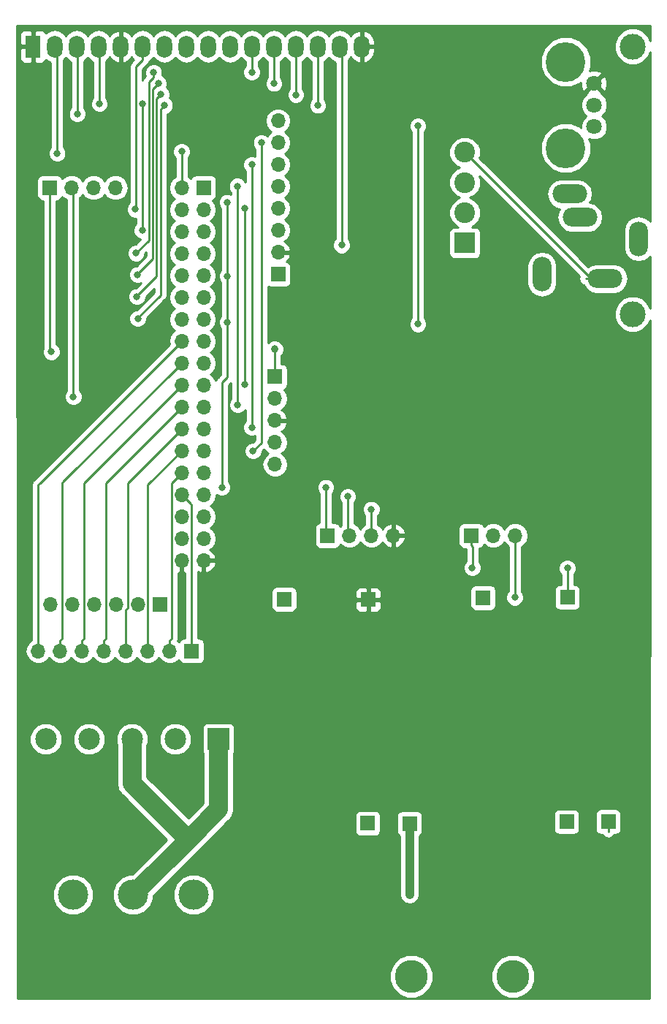
<source format=gbr>
G04 #@! TF.GenerationSoftware,KiCad,Pcbnew,5.0.0-rc2-dev-unknown-0ded476~63~ubuntu17.10.1*
G04 #@! TF.CreationDate,2018-04-08T11:22:16-07:00*
G04 #@! TF.ProjectId,Half_Shield,48616C665F536869656C642E6B696361,rev?*
G04 #@! TF.SameCoordinates,Original*
G04 #@! TF.FileFunction,Copper,L2,Bot,Signal*
G04 #@! TF.FilePolarity,Positive*
%FSLAX46Y46*%
G04 Gerber Fmt 4.6, Leading zero omitted, Abs format (unit mm)*
G04 Created by KiCad (PCBNEW 5.0.0-rc2-dev-unknown-0ded476~63~ubuntu17.10.1) date Sun Apr  8 11:22:16 2018*
%MOMM*%
%LPD*%
G01*
G04 APERTURE LIST*
%ADD10R,1.800000X2.600000*%
%ADD11O,1.800000X2.600000*%
%ADD12C,3.000000*%
%ADD13O,1.700000X1.700000*%
%ADD14R,1.700000X1.700000*%
%ADD15C,2.400000*%
%ADD16R,2.400000X2.400000*%
%ADD17O,2.200000X4.000000*%
%ADD18O,4.000000X2.200000*%
%ADD19C,3.500000*%
%ADD20C,3.800000*%
%ADD21C,4.600000*%
%ADD22C,1.800000*%
%ADD23C,2.500000*%
%ADD24R,2.500000X2.500000*%
%ADD25C,0.800000*%
%ADD26C,0.250000*%
%ADD27C,1.000000*%
%ADD28C,2.220000*%
%ADD29C,0.254000*%
G04 APERTURE END LIST*
D10*
X109474000Y-35598100D03*
D11*
X112014000Y-35598100D03*
X114554000Y-35598100D03*
X117094000Y-35598100D03*
X119634000Y-35598100D03*
X122174000Y-35598100D03*
X124714000Y-35598100D03*
X127254000Y-35598100D03*
X129794000Y-35598100D03*
X132334000Y-35598100D03*
X134874000Y-35598100D03*
X137414000Y-35598100D03*
X139954000Y-35598100D03*
X142494000Y-35598100D03*
X145034000Y-35598100D03*
X147574000Y-35598100D03*
D12*
X178973480Y-66598800D03*
X178974000Y-35598100D03*
D13*
X126695200Y-95135700D03*
X129235200Y-95135700D03*
X126695200Y-92595700D03*
X129235200Y-92595700D03*
X126695200Y-90055700D03*
X129235200Y-90055700D03*
X126695200Y-87515700D03*
X129235200Y-87515700D03*
X126695200Y-84975700D03*
X129235200Y-84975700D03*
X126695200Y-82435700D03*
X129235200Y-82435700D03*
X126695200Y-79895700D03*
X129235200Y-79895700D03*
X126695200Y-77355700D03*
X129235200Y-77355700D03*
X126695200Y-74815700D03*
X129235200Y-74815700D03*
X126695200Y-72275700D03*
X129235200Y-72275700D03*
X126695200Y-69735700D03*
X129235200Y-69735700D03*
X126695200Y-67195700D03*
X129235200Y-67195700D03*
X126695200Y-64655700D03*
X129235200Y-64655700D03*
X126695200Y-62115700D03*
X129235200Y-62115700D03*
X126695200Y-59575700D03*
X129235200Y-59575700D03*
X126695200Y-57035700D03*
X129235200Y-57035700D03*
X126695200Y-54495700D03*
X129235200Y-54495700D03*
X126695200Y-51955700D03*
D14*
X129235200Y-51955700D03*
D13*
X119024400Y-51955700D03*
X116484400Y-51955700D03*
X113944400Y-51955700D03*
D14*
X111404400Y-51955700D03*
D13*
X111455200Y-100266500D03*
X113995200Y-100266500D03*
X116535200Y-100266500D03*
X119075200Y-100266500D03*
X121615200Y-100266500D03*
D14*
X124155200Y-100266500D03*
D13*
X110083600Y-105613200D03*
X112623600Y-105613200D03*
X115163600Y-105613200D03*
X117703600Y-105613200D03*
X120243600Y-105613200D03*
X122783600Y-105613200D03*
X125323600Y-105613200D03*
D14*
X127863600Y-105613200D03*
D13*
X137515600Y-84010500D03*
X137515600Y-81470500D03*
X137515600Y-78930500D03*
X137515600Y-76390500D03*
D14*
X137515600Y-73850500D03*
D15*
X159509426Y-51350304D03*
X159509426Y-47850304D03*
X159509426Y-54850304D03*
D16*
X159509426Y-58350304D03*
D17*
X179668000Y-57884000D03*
D18*
X171668000Y-52684000D03*
X172868000Y-55384000D03*
D17*
X168468000Y-61984000D03*
D18*
X175768000Y-62484000D03*
D13*
X151231600Y-92252800D03*
X148691600Y-92252800D03*
X146151600Y-92252800D03*
D14*
X143611600Y-92252800D03*
X160274000Y-92252800D03*
D13*
X162814000Y-92252800D03*
X165354000Y-92252800D03*
D14*
X153110949Y-125618646D03*
X148259549Y-125580546D03*
X148323049Y-99659846D03*
X176137176Y-125383292D03*
X171311176Y-125395992D03*
X161621076Y-99449892D03*
X171400076Y-99399092D03*
D19*
X121056400Y-133858000D03*
X128066800Y-133858000D03*
X114096800Y-133858000D03*
D13*
X137871200Y-44196000D03*
X137871200Y-46736000D03*
X137871200Y-49276000D03*
X137871200Y-51816000D03*
X137871200Y-54356000D03*
X137871200Y-56896000D03*
X137871200Y-59436000D03*
D14*
X137871200Y-61976000D03*
D20*
X153314400Y-143306800D03*
X165100000Y-143306800D03*
D21*
X171198000Y-37378000D03*
X171198000Y-47378000D03*
D22*
X174498000Y-39878000D03*
X174498000Y-42378000D03*
X174498000Y-44878000D03*
D14*
X138582400Y-99618800D03*
D23*
X110962400Y-115824000D03*
X115962400Y-115824000D03*
X120962400Y-115824000D03*
X125962400Y-115824000D03*
D24*
X130962400Y-115824000D03*
D25*
X134010400Y-74777600D03*
X134010400Y-54305200D03*
X134975600Y-82448400D03*
X134823200Y-79705200D03*
X133197600Y-77114400D03*
X148691600Y-89204800D03*
X145948400Y-87731600D03*
X121615200Y-67106800D03*
X121513600Y-64566800D03*
X121564400Y-62026800D03*
X121412000Y-59537600D03*
X121310400Y-54457600D03*
X122123200Y-56896000D03*
X114147600Y-76149200D03*
X111607600Y-70967600D03*
X137464800Y-70612000D03*
X131978400Y-67513200D03*
X131978400Y-62179200D03*
X131978400Y-53644800D03*
X126695200Y-47752000D03*
X114604800Y-43383200D03*
X143408400Y-86664800D03*
X112268000Y-47955200D03*
X145237200Y-58597800D03*
X117170200Y-42240200D03*
X122174000Y-42265600D03*
X142468600Y-42418000D03*
X139928600Y-41173400D03*
X137388600Y-39878000D03*
X134823200Y-38557200D03*
X154076400Y-44805600D03*
X154076400Y-67741800D03*
X131368800Y-86664800D03*
X124002800Y-39878000D03*
X153111200Y-133807200D03*
X160375600Y-95961200D03*
X171399200Y-96012000D03*
X165303200Y-99415600D03*
X133146800Y-51765200D03*
X134823200Y-49276000D03*
X135940800Y-46736000D03*
X124714000Y-42418000D03*
X124307600Y-41148000D03*
X123444000Y-38608000D03*
X137515600Y-70662800D03*
D26*
X127762000Y-88582500D02*
X126695200Y-87515700D01*
X127870201Y-88690701D02*
X127762000Y-88582500D01*
X127863600Y-105613200D02*
X127863600Y-95706302D01*
X127863600Y-95706302D02*
X127870201Y-95699701D01*
X127870201Y-95699701D02*
X127870201Y-88690701D01*
X125323600Y-105613200D02*
X125323600Y-104411119D01*
X125323600Y-104411119D02*
X125520199Y-104214520D01*
X125520199Y-104214520D02*
X125520199Y-86150701D01*
X122783600Y-105613200D02*
X122783600Y-104411119D01*
X122783600Y-104411119D02*
X122790201Y-104404518D01*
X122790201Y-104404518D02*
X122790201Y-86340699D01*
X120243600Y-105613200D02*
X120243600Y-100837102D01*
X120243600Y-100837102D02*
X120440199Y-100640503D01*
X120440199Y-100640503D02*
X120440199Y-86150701D01*
X117703600Y-105613200D02*
X117703600Y-104411119D01*
X117703600Y-104411119D02*
X117900199Y-104214520D01*
X117900199Y-104214520D02*
X117900199Y-86150701D01*
X117551200Y-83959700D02*
X125845201Y-75665699D01*
X117450189Y-84060711D02*
X117551200Y-83959700D01*
X115163600Y-105613200D02*
X115163600Y-104411119D01*
X115163600Y-104411119D02*
X115360199Y-104214520D01*
X115360199Y-104214520D02*
X115360199Y-86150701D01*
X115360199Y-86150701D02*
X117551200Y-83959700D01*
X134010400Y-54305200D02*
X134010400Y-74828400D01*
X135940800Y-81483200D02*
X134975600Y-82448400D01*
X135940800Y-46736000D02*
X135940800Y-81483200D01*
X134823200Y-49276000D02*
X134823200Y-79806800D01*
X148691600Y-89204800D02*
X148691600Y-89770485D01*
X148691600Y-89770485D02*
X148691600Y-92252800D01*
X145948400Y-87731600D02*
X145948400Y-92049600D01*
X145948400Y-92049600D02*
X146151600Y-92252800D01*
X133132999Y-52933600D02*
X133132999Y-77128201D01*
X112966500Y-86004400D02*
X126695200Y-72275700D01*
X112623600Y-105613200D02*
X112623600Y-104411119D01*
X112623600Y-104411119D02*
X112820199Y-104214520D01*
X112820199Y-104214520D02*
X112820199Y-86150701D01*
X112820199Y-86150701D02*
X112966500Y-86004400D01*
X110083600Y-105613200D02*
X110083600Y-86347300D01*
X110083600Y-86347300D02*
X110280199Y-86150701D01*
X124249610Y-64370790D02*
X121513600Y-67106800D01*
X124714000Y-42418000D02*
X124249610Y-42882390D01*
X124249610Y-42882390D02*
X124249610Y-64370790D01*
X123799600Y-62230000D02*
X121513600Y-64516000D01*
X124307600Y-41148000D02*
X123799600Y-41656000D01*
X123799600Y-41656000D02*
X123799600Y-62230000D01*
X123349011Y-60191389D02*
X121513600Y-62026800D01*
X124002800Y-39878000D02*
X123349011Y-40531789D01*
X123349011Y-40531789D02*
X123349011Y-60191389D01*
X122899001Y-58050599D02*
X121412000Y-59537600D01*
X123444000Y-39173685D02*
X122899001Y-39718684D01*
X123444000Y-38608000D02*
X123444000Y-39173685D01*
X122899001Y-39718684D02*
X122899001Y-58050599D01*
X122174000Y-42265600D02*
X122174000Y-56997600D01*
X122174000Y-37148100D02*
X121398199Y-37923901D01*
X121398199Y-37923901D02*
X121398199Y-54392999D01*
X122174000Y-35598100D02*
X122174000Y-37148100D01*
X114147600Y-76149200D02*
X114147600Y-52158900D01*
X114147600Y-52158900D02*
X113944400Y-51955700D01*
X111404400Y-51955700D02*
X111404400Y-70764400D01*
X111404400Y-70764400D02*
X111607600Y-70967600D01*
X131978400Y-73901300D02*
X131978400Y-67513200D01*
X131978400Y-62744885D02*
X131978400Y-67564000D01*
X131978400Y-62179200D02*
X131978400Y-62744885D01*
X137668000Y-62179200D02*
X137871200Y-61976000D01*
X131419600Y-74460100D02*
X131978400Y-73901300D01*
X131978400Y-53644800D02*
X131978400Y-62077600D01*
X125520199Y-86150701D02*
X126695200Y-84975700D01*
X122790201Y-86340699D02*
X126695200Y-82435700D01*
X120440199Y-86150701D02*
X126695200Y-79895700D01*
X117900199Y-86150701D02*
X126695200Y-77355700D01*
X125845201Y-75665699D02*
X126695200Y-74815700D01*
X110280199Y-86150701D02*
X126695200Y-69735700D01*
X126695200Y-47752000D02*
X126695200Y-51955700D01*
X114604800Y-43383200D02*
X114604800Y-35648900D01*
X114604800Y-35648900D02*
X114554000Y-35598100D01*
X154076400Y-67176115D02*
X154076400Y-44805600D01*
X154076400Y-67741800D02*
X154076400Y-67176115D01*
X143408400Y-86664800D02*
X143408400Y-92049600D01*
X112268000Y-47955200D02*
X112268000Y-35852100D01*
X137718800Y-62128400D02*
X137871200Y-61976000D01*
X145237200Y-58597800D02*
X145237200Y-35801300D01*
X145237200Y-35801300D02*
X145034000Y-35598100D01*
X117170200Y-42240200D02*
X117170200Y-35674300D01*
X117170200Y-35674300D02*
X117094000Y-35598100D01*
X142468600Y-42418000D02*
X142468600Y-35623500D01*
X142468600Y-35623500D02*
X142494000Y-35598100D01*
X139928600Y-41173400D02*
X139928600Y-35623500D01*
X139928600Y-35623500D02*
X139954000Y-35598100D01*
X137388600Y-39878000D02*
X137388600Y-35623500D01*
X137388600Y-35623500D02*
X137414000Y-35598100D01*
X134874000Y-35598100D02*
X134874000Y-38506400D01*
X134874000Y-38506400D02*
X134823200Y-38557200D01*
X131368800Y-84588885D02*
X131368800Y-86664800D01*
X131368800Y-84023200D02*
X131368800Y-84588885D01*
X119684800Y-35648900D02*
X119634000Y-35598100D01*
X159509426Y-47850304D02*
X174143122Y-62484000D01*
X174143122Y-62484000D02*
X175768000Y-62484000D01*
X175768000Y-62484000D02*
X173518000Y-62484000D01*
X176174400Y-126520516D02*
X176137176Y-126483292D01*
X133132999Y-52795001D02*
X133132999Y-52933600D01*
X133146800Y-51765200D02*
X133146800Y-52330885D01*
X133146800Y-52330885D02*
X133132999Y-52344686D01*
X133132999Y-52344686D02*
X133132999Y-52933600D01*
X176137176Y-126483292D02*
X176137176Y-125383292D01*
X171297600Y-125409568D02*
X171311176Y-125395992D01*
D27*
X153111200Y-133807200D02*
X153111200Y-125618897D01*
D26*
X153111200Y-125618897D02*
X153110949Y-125618646D01*
X165354000Y-92252800D02*
X165354000Y-99364800D01*
X165354000Y-99364800D02*
X165303200Y-99415600D01*
X137502900Y-76403200D02*
X137515600Y-76390500D01*
X131368800Y-84023200D02*
X131368800Y-74510900D01*
X131368800Y-74510900D02*
X131419600Y-74460100D01*
X137515600Y-73850500D02*
X137515600Y-70662800D01*
X161640595Y-99430373D02*
X161621076Y-99449892D01*
X137805126Y-59429804D02*
X137817826Y-59417104D01*
X145948400Y-91948000D02*
X146050000Y-92049600D01*
X137754326Y-46780604D02*
X137817826Y-46717104D01*
X137754326Y-49320604D02*
X137817826Y-49257104D01*
X137805126Y-51809804D02*
X137817826Y-51797104D01*
X137805126Y-54349804D02*
X137817826Y-54337104D01*
X119532400Y-35699700D02*
X119634000Y-35598100D01*
X160426400Y-93505200D02*
X160426400Y-95961200D01*
X160274000Y-92252800D02*
X160274000Y-93352800D01*
X160274000Y-93352800D02*
X160426400Y-93505200D01*
X171399200Y-98298216D02*
X171399200Y-95961200D01*
X171400076Y-99399092D02*
X171400076Y-98299092D01*
X171400076Y-98299092D02*
X171399200Y-98298216D01*
X145110200Y-35674300D02*
X145034000Y-35598100D01*
D28*
X127457200Y-127457200D02*
X121056400Y-133858000D01*
X130962400Y-123952000D02*
X127457200Y-127457200D01*
X120962400Y-115824000D02*
X120962400Y-120962400D01*
X120962400Y-120962400D02*
X127457200Y-127457200D01*
X130962400Y-115824000D02*
X130962400Y-123952000D01*
D29*
G36*
X181025122Y-34970922D02*
X180783966Y-34388720D01*
X180183380Y-33788134D01*
X179398678Y-33463100D01*
X178549322Y-33463100D01*
X177764620Y-33788134D01*
X177164034Y-34388720D01*
X176839000Y-35173422D01*
X176839000Y-36022778D01*
X177164034Y-36807480D01*
X177764620Y-37408066D01*
X178549322Y-37733100D01*
X179398678Y-37733100D01*
X180183380Y-37408066D01*
X180783966Y-36807480D01*
X181024004Y-36227978D01*
X181006533Y-55864340D01*
X180918865Y-55733135D01*
X180344963Y-55349666D01*
X179668000Y-55215010D01*
X178991038Y-55349666D01*
X178417136Y-55733135D01*
X178033667Y-56307037D01*
X177933001Y-56813120D01*
X177933000Y-58954879D01*
X178033666Y-59460962D01*
X178417135Y-60034865D01*
X178991037Y-60418334D01*
X179668000Y-60552990D01*
X180344962Y-60418334D01*
X180918865Y-60034865D01*
X181002935Y-59909045D01*
X180997599Y-65906432D01*
X180783446Y-65389420D01*
X180182860Y-64788834D01*
X179398158Y-64463800D01*
X178548802Y-64463800D01*
X177764100Y-64788834D01*
X177163514Y-65389420D01*
X176838480Y-66174122D01*
X176838480Y-67023478D01*
X177163514Y-67808180D01*
X177764100Y-68408766D01*
X178548802Y-68733800D01*
X179398158Y-68733800D01*
X180182860Y-68408766D01*
X180783446Y-67808180D01*
X180996365Y-67294149D01*
X180926454Y-145873301D01*
X107719146Y-145823499D01*
X107716458Y-142802557D01*
X150779400Y-142802557D01*
X150779400Y-143811043D01*
X151165330Y-144742762D01*
X151878438Y-145455870D01*
X152810157Y-145841800D01*
X153818643Y-145841800D01*
X154750362Y-145455870D01*
X155463470Y-144742762D01*
X155849400Y-143811043D01*
X155849400Y-142802557D01*
X162565000Y-142802557D01*
X162565000Y-143811043D01*
X162950930Y-144742762D01*
X163664038Y-145455870D01*
X164595757Y-145841800D01*
X165604243Y-145841800D01*
X166535962Y-145455870D01*
X167249070Y-144742762D01*
X167635000Y-143811043D01*
X167635000Y-142802557D01*
X167249070Y-141870838D01*
X166535962Y-141157730D01*
X165604243Y-140771800D01*
X164595757Y-140771800D01*
X163664038Y-141157730D01*
X162950930Y-141870838D01*
X162565000Y-142802557D01*
X155849400Y-142802557D01*
X155463470Y-141870838D01*
X154750362Y-141157730D01*
X153818643Y-140771800D01*
X152810157Y-140771800D01*
X151878438Y-141157730D01*
X151165330Y-141870838D01*
X150779400Y-142802557D01*
X107716458Y-142802557D01*
X107708075Y-133383594D01*
X111711800Y-133383594D01*
X111711800Y-134332406D01*
X112074895Y-135208994D01*
X112745806Y-135879905D01*
X113622394Y-136243000D01*
X114571206Y-136243000D01*
X115447794Y-135879905D01*
X116118705Y-135208994D01*
X116481800Y-134332406D01*
X116481800Y-133383594D01*
X118671400Y-133383594D01*
X118671400Y-134332406D01*
X119034495Y-135208994D01*
X119705406Y-135879905D01*
X120581994Y-136243000D01*
X121530806Y-136243000D01*
X122407394Y-135879905D01*
X123078305Y-135208994D01*
X123441400Y-134332406D01*
X123441400Y-133940802D01*
X123998608Y-133383594D01*
X125681800Y-133383594D01*
X125681800Y-134332406D01*
X126044895Y-135208994D01*
X126715806Y-135879905D01*
X127592394Y-136243000D01*
X128541206Y-136243000D01*
X129417794Y-135879905D01*
X130088705Y-135208994D01*
X130451800Y-134332406D01*
X130451800Y-133383594D01*
X130088705Y-132507006D01*
X129417794Y-131836095D01*
X128541206Y-131473000D01*
X127592394Y-131473000D01*
X126715806Y-131836095D01*
X126044895Y-132507006D01*
X125681800Y-133383594D01*
X123998608Y-133383594D01*
X128569578Y-128812625D01*
X128715274Y-128715274D01*
X128812625Y-128569578D01*
X128812628Y-128569575D01*
X128812630Y-128569572D01*
X132074774Y-125307428D01*
X132220474Y-125210074D01*
X132540885Y-124730546D01*
X146762109Y-124730546D01*
X146762109Y-126430546D01*
X146811392Y-126678311D01*
X146951740Y-126888355D01*
X147161784Y-127028703D01*
X147409549Y-127077986D01*
X149109549Y-127077986D01*
X149357314Y-127028703D01*
X149567358Y-126888355D01*
X149707706Y-126678311D01*
X149756989Y-126430546D01*
X149756989Y-124768646D01*
X151613509Y-124768646D01*
X151613509Y-126468646D01*
X151662792Y-126716411D01*
X151803140Y-126926455D01*
X151976201Y-127042091D01*
X151976200Y-133918982D01*
X152042054Y-134250054D01*
X152292911Y-134625489D01*
X152668345Y-134876346D01*
X153111200Y-134964435D01*
X153554054Y-134876346D01*
X153929489Y-134625489D01*
X154180346Y-134250055D01*
X154246200Y-133918983D01*
X154246200Y-127041755D01*
X154418758Y-126926455D01*
X154559106Y-126716411D01*
X154608389Y-126468646D01*
X154608389Y-124768646D01*
X154564101Y-124545992D01*
X169813736Y-124545992D01*
X169813736Y-126245992D01*
X169863019Y-126493757D01*
X170003367Y-126703801D01*
X170213411Y-126844149D01*
X170461176Y-126893432D01*
X172161176Y-126893432D01*
X172408941Y-126844149D01*
X172618985Y-126703801D01*
X172759333Y-126493757D01*
X172808616Y-126245992D01*
X172808616Y-124545992D01*
X172806090Y-124533292D01*
X174639736Y-124533292D01*
X174639736Y-126233292D01*
X174689019Y-126481057D01*
X174829367Y-126691101D01*
X175039411Y-126831449D01*
X175287176Y-126880732D01*
X175488694Y-126880732D01*
X175589247Y-127031221D01*
X175652706Y-127073623D01*
X175689928Y-127110845D01*
X175877863Y-127236420D01*
X176174400Y-127295404D01*
X176470937Y-127236420D01*
X176722329Y-127068445D01*
X176847755Y-126880732D01*
X176987176Y-126880732D01*
X177234941Y-126831449D01*
X177444985Y-126691101D01*
X177585333Y-126481057D01*
X177634616Y-126233292D01*
X177634616Y-124533292D01*
X177585333Y-124285527D01*
X177444985Y-124075483D01*
X177234941Y-123935135D01*
X176987176Y-123885852D01*
X175287176Y-123885852D01*
X175039411Y-123935135D01*
X174829367Y-124075483D01*
X174689019Y-124285527D01*
X174639736Y-124533292D01*
X172806090Y-124533292D01*
X172759333Y-124298227D01*
X172618985Y-124088183D01*
X172408941Y-123947835D01*
X172161176Y-123898552D01*
X170461176Y-123898552D01*
X170213411Y-123947835D01*
X170003367Y-124088183D01*
X169863019Y-124298227D01*
X169813736Y-124545992D01*
X154564101Y-124545992D01*
X154559106Y-124520881D01*
X154418758Y-124310837D01*
X154208714Y-124170489D01*
X153960949Y-124121206D01*
X152260949Y-124121206D01*
X152013184Y-124170489D01*
X151803140Y-124310837D01*
X151662792Y-124520881D01*
X151613509Y-124768646D01*
X149756989Y-124768646D01*
X149756989Y-124730546D01*
X149707706Y-124482781D01*
X149567358Y-124272737D01*
X149357314Y-124132389D01*
X149109549Y-124083106D01*
X147409549Y-124083106D01*
X147161784Y-124132389D01*
X146951740Y-124272737D01*
X146811392Y-124482781D01*
X146762109Y-124730546D01*
X132540885Y-124730546D01*
X132606154Y-124632865D01*
X132707400Y-124123865D01*
X132707400Y-124123861D01*
X132741585Y-123952001D01*
X132707400Y-123780141D01*
X132707400Y-117476149D01*
X132810557Y-117321765D01*
X132859840Y-117074000D01*
X132859840Y-114574000D01*
X132810557Y-114326235D01*
X132670209Y-114116191D01*
X132460165Y-113975843D01*
X132212400Y-113926560D01*
X129712400Y-113926560D01*
X129464635Y-113975843D01*
X129254591Y-114116191D01*
X129114243Y-114326235D01*
X129064960Y-114574000D01*
X129064960Y-117074000D01*
X129114243Y-117321765D01*
X129217400Y-117476149D01*
X129217401Y-123229197D01*
X127457200Y-124989398D01*
X122707400Y-120239598D01*
X122707400Y-116536940D01*
X122847400Y-116198950D01*
X122847400Y-115449050D01*
X124077400Y-115449050D01*
X124077400Y-116198950D01*
X124364374Y-116891767D01*
X124894633Y-117422026D01*
X125587450Y-117709000D01*
X126337350Y-117709000D01*
X127030167Y-117422026D01*
X127560426Y-116891767D01*
X127847400Y-116198950D01*
X127847400Y-115449050D01*
X127560426Y-114756233D01*
X127030167Y-114225974D01*
X126337350Y-113939000D01*
X125587450Y-113939000D01*
X124894633Y-114225974D01*
X124364374Y-114756233D01*
X124077400Y-115449050D01*
X122847400Y-115449050D01*
X122560426Y-114756233D01*
X122030167Y-114225974D01*
X121337350Y-113939000D01*
X120587450Y-113939000D01*
X119894633Y-114225974D01*
X119364374Y-114756233D01*
X119077400Y-115449050D01*
X119077400Y-116198950D01*
X119217400Y-116536941D01*
X119217401Y-120790535D01*
X119183215Y-120962400D01*
X119318647Y-121643265D01*
X119606972Y-122074774D01*
X119606975Y-122074777D01*
X119704327Y-122220474D01*
X119850024Y-122317826D01*
X124989397Y-127457200D01*
X120973598Y-131473000D01*
X120581994Y-131473000D01*
X119705406Y-131836095D01*
X119034495Y-132507006D01*
X118671400Y-133383594D01*
X116481800Y-133383594D01*
X116118705Y-132507006D01*
X115447794Y-131836095D01*
X114571206Y-131473000D01*
X113622394Y-131473000D01*
X112745806Y-131836095D01*
X112074895Y-132507006D01*
X111711800Y-133383594D01*
X107708075Y-133383594D01*
X107692112Y-115449050D01*
X109077400Y-115449050D01*
X109077400Y-116198950D01*
X109364374Y-116891767D01*
X109894633Y-117422026D01*
X110587450Y-117709000D01*
X111337350Y-117709000D01*
X112030167Y-117422026D01*
X112560426Y-116891767D01*
X112847400Y-116198950D01*
X112847400Y-115449050D01*
X114077400Y-115449050D01*
X114077400Y-116198950D01*
X114364374Y-116891767D01*
X114894633Y-117422026D01*
X115587450Y-117709000D01*
X116337350Y-117709000D01*
X117030167Y-117422026D01*
X117560426Y-116891767D01*
X117847400Y-116198950D01*
X117847400Y-115449050D01*
X117560426Y-114756233D01*
X117030167Y-114225974D01*
X116337350Y-113939000D01*
X115587450Y-113939000D01*
X114894633Y-114225974D01*
X114364374Y-114756233D01*
X114077400Y-115449050D01*
X112847400Y-115449050D01*
X112560426Y-114756233D01*
X112030167Y-114225974D01*
X111337350Y-113939000D01*
X110587450Y-113939000D01*
X109894633Y-114225974D01*
X109364374Y-114756233D01*
X109077400Y-115449050D01*
X107692112Y-115449050D01*
X107683357Y-105613200D01*
X108569508Y-105613200D01*
X108684761Y-106192618D01*
X109012975Y-106683825D01*
X109504182Y-107012039D01*
X109937344Y-107098200D01*
X110229856Y-107098200D01*
X110663018Y-107012039D01*
X111154225Y-106683825D01*
X111353600Y-106385439D01*
X111552975Y-106683825D01*
X112044182Y-107012039D01*
X112477344Y-107098200D01*
X112769856Y-107098200D01*
X113203018Y-107012039D01*
X113694225Y-106683825D01*
X113893600Y-106385439D01*
X114092975Y-106683825D01*
X114584182Y-107012039D01*
X115017344Y-107098200D01*
X115309856Y-107098200D01*
X115743018Y-107012039D01*
X116234225Y-106683825D01*
X116433600Y-106385439D01*
X116632975Y-106683825D01*
X117124182Y-107012039D01*
X117557344Y-107098200D01*
X117849856Y-107098200D01*
X118283018Y-107012039D01*
X118774225Y-106683825D01*
X118973600Y-106385439D01*
X119172975Y-106683825D01*
X119664182Y-107012039D01*
X120097344Y-107098200D01*
X120389856Y-107098200D01*
X120823018Y-107012039D01*
X121314225Y-106683825D01*
X121513600Y-106385439D01*
X121712975Y-106683825D01*
X122204182Y-107012039D01*
X122637344Y-107098200D01*
X122929856Y-107098200D01*
X123363018Y-107012039D01*
X123854225Y-106683825D01*
X124053600Y-106385439D01*
X124252975Y-106683825D01*
X124744182Y-107012039D01*
X125177344Y-107098200D01*
X125469856Y-107098200D01*
X125903018Y-107012039D01*
X126394225Y-106683825D01*
X126406416Y-106665581D01*
X126415443Y-106710965D01*
X126555791Y-106921009D01*
X126765835Y-107061357D01*
X127013600Y-107110640D01*
X128713600Y-107110640D01*
X128961365Y-107061357D01*
X129171409Y-106921009D01*
X129311757Y-106710965D01*
X129361040Y-106463200D01*
X129361040Y-104763200D01*
X129311757Y-104515435D01*
X129171409Y-104305391D01*
X128961365Y-104165043D01*
X128713600Y-104115760D01*
X128623600Y-104115760D01*
X128623600Y-98768800D01*
X137084960Y-98768800D01*
X137084960Y-100468800D01*
X137134243Y-100716565D01*
X137274591Y-100926609D01*
X137484635Y-101066957D01*
X137732400Y-101116240D01*
X139432400Y-101116240D01*
X139680165Y-101066957D01*
X139890209Y-100926609D01*
X140030557Y-100716565D01*
X140079840Y-100468800D01*
X140079840Y-99945596D01*
X146838049Y-99945596D01*
X146838049Y-100636156D01*
X146934722Y-100869545D01*
X147113351Y-101048173D01*
X147346740Y-101144846D01*
X148037299Y-101144846D01*
X148196049Y-100986096D01*
X148196049Y-99786846D01*
X148450049Y-99786846D01*
X148450049Y-100986096D01*
X148608799Y-101144846D01*
X149299358Y-101144846D01*
X149532747Y-101048173D01*
X149711376Y-100869545D01*
X149808049Y-100636156D01*
X149808049Y-99945596D01*
X149649299Y-99786846D01*
X148450049Y-99786846D01*
X148196049Y-99786846D01*
X146996799Y-99786846D01*
X146838049Y-99945596D01*
X140079840Y-99945596D01*
X140079840Y-98768800D01*
X140062881Y-98683536D01*
X146838049Y-98683536D01*
X146838049Y-99374096D01*
X146996799Y-99532846D01*
X148196049Y-99532846D01*
X148196049Y-98333596D01*
X148450049Y-98333596D01*
X148450049Y-99532846D01*
X149649299Y-99532846D01*
X149808049Y-99374096D01*
X149808049Y-98683536D01*
X149773403Y-98599892D01*
X160123636Y-98599892D01*
X160123636Y-100299892D01*
X160172919Y-100547657D01*
X160313267Y-100757701D01*
X160523311Y-100898049D01*
X160771076Y-100947332D01*
X162471076Y-100947332D01*
X162718841Y-100898049D01*
X162928885Y-100757701D01*
X163069233Y-100547657D01*
X163118516Y-100299892D01*
X163118516Y-98599892D01*
X163069233Y-98352127D01*
X162928885Y-98142083D01*
X162718841Y-98001735D01*
X162471076Y-97952452D01*
X160771076Y-97952452D01*
X160523311Y-98001735D01*
X160313267Y-98142083D01*
X160172919Y-98352127D01*
X160123636Y-98599892D01*
X149773403Y-98599892D01*
X149711376Y-98450147D01*
X149532747Y-98271519D01*
X149299358Y-98174846D01*
X148608799Y-98174846D01*
X148450049Y-98333596D01*
X148196049Y-98333596D01*
X148037299Y-98174846D01*
X147346740Y-98174846D01*
X147113351Y-98271519D01*
X146934722Y-98450147D01*
X146838049Y-98683536D01*
X140062881Y-98683536D01*
X140030557Y-98521035D01*
X139890209Y-98310991D01*
X139680165Y-98170643D01*
X139432400Y-98121360D01*
X137732400Y-98121360D01*
X137484635Y-98170643D01*
X137274591Y-98310991D01*
X137134243Y-98521035D01*
X137084960Y-98768800D01*
X128623600Y-98768800D01*
X128623600Y-96457568D01*
X128878308Y-96577186D01*
X129108200Y-96456519D01*
X129108200Y-95262700D01*
X129362200Y-95262700D01*
X129362200Y-96456519D01*
X129592092Y-96577186D01*
X130116558Y-96330883D01*
X130506845Y-95902624D01*
X130676676Y-95492590D01*
X130555355Y-95262700D01*
X129362200Y-95262700D01*
X129108200Y-95262700D01*
X129088200Y-95262700D01*
X129088200Y-95008700D01*
X129108200Y-95008700D01*
X129108200Y-94988700D01*
X129362200Y-94988700D01*
X129362200Y-95008700D01*
X130555355Y-95008700D01*
X130676676Y-94778810D01*
X130506845Y-94368776D01*
X130116558Y-93940517D01*
X129986722Y-93879543D01*
X130305825Y-93666325D01*
X130634039Y-93175118D01*
X130749292Y-92595700D01*
X130634039Y-92016282D01*
X130305825Y-91525075D01*
X130122828Y-91402800D01*
X142114160Y-91402800D01*
X142114160Y-93102800D01*
X142163443Y-93350565D01*
X142303791Y-93560609D01*
X142513835Y-93700957D01*
X142761600Y-93750240D01*
X144461600Y-93750240D01*
X144709365Y-93700957D01*
X144919409Y-93560609D01*
X145059757Y-93350565D01*
X145068784Y-93305181D01*
X145080975Y-93323425D01*
X145572182Y-93651639D01*
X146005344Y-93737800D01*
X146297856Y-93737800D01*
X146731018Y-93651639D01*
X147222225Y-93323425D01*
X147421600Y-93025039D01*
X147620975Y-93323425D01*
X148112182Y-93651639D01*
X148545344Y-93737800D01*
X148837856Y-93737800D01*
X149271018Y-93651639D01*
X149762225Y-93323425D01*
X149975443Y-93004322D01*
X150036417Y-93134158D01*
X150464676Y-93524445D01*
X150874710Y-93694276D01*
X151104600Y-93572955D01*
X151104600Y-92379800D01*
X151358600Y-92379800D01*
X151358600Y-93572955D01*
X151588490Y-93694276D01*
X151998524Y-93524445D01*
X152426783Y-93134158D01*
X152673086Y-92609692D01*
X152552419Y-92379800D01*
X151358600Y-92379800D01*
X151104600Y-92379800D01*
X151084600Y-92379800D01*
X151084600Y-92125800D01*
X151104600Y-92125800D01*
X151104600Y-90932645D01*
X151358600Y-90932645D01*
X151358600Y-92125800D01*
X152552419Y-92125800D01*
X152673086Y-91895908D01*
X152441510Y-91402800D01*
X158776560Y-91402800D01*
X158776560Y-93102800D01*
X158825843Y-93350565D01*
X158966191Y-93560609D01*
X159176235Y-93700957D01*
X159424000Y-93750240D01*
X159625518Y-93750240D01*
X159659928Y-93801737D01*
X159666400Y-93811424D01*
X159666401Y-95206688D01*
X159498169Y-95374920D01*
X159340600Y-95755326D01*
X159340600Y-96167074D01*
X159498169Y-96547480D01*
X159789320Y-96838631D01*
X160169726Y-96996200D01*
X160581474Y-96996200D01*
X160961880Y-96838631D01*
X161253031Y-96547480D01*
X161410600Y-96167074D01*
X161410600Y-95755326D01*
X161253031Y-95374920D01*
X161186400Y-95308289D01*
X161186400Y-93737828D01*
X161371765Y-93700957D01*
X161581809Y-93560609D01*
X161722157Y-93350565D01*
X161731184Y-93305181D01*
X161743375Y-93323425D01*
X162234582Y-93651639D01*
X162667744Y-93737800D01*
X162960256Y-93737800D01*
X163393418Y-93651639D01*
X163884625Y-93323425D01*
X164084000Y-93025039D01*
X164283375Y-93323425D01*
X164594000Y-93530978D01*
X164594001Y-98661088D01*
X164425769Y-98829320D01*
X164268200Y-99209726D01*
X164268200Y-99621474D01*
X164425769Y-100001880D01*
X164716920Y-100293031D01*
X165097326Y-100450600D01*
X165509074Y-100450600D01*
X165889480Y-100293031D01*
X166180631Y-100001880D01*
X166338200Y-99621474D01*
X166338200Y-99209726D01*
X166180631Y-98829320D01*
X166114000Y-98762689D01*
X166114000Y-98549092D01*
X169902636Y-98549092D01*
X169902636Y-100249092D01*
X169951919Y-100496857D01*
X170092267Y-100706901D01*
X170302311Y-100847249D01*
X170550076Y-100896532D01*
X172250076Y-100896532D01*
X172497841Y-100847249D01*
X172707885Y-100706901D01*
X172848233Y-100496857D01*
X172897516Y-100249092D01*
X172897516Y-98549092D01*
X172848233Y-98301327D01*
X172707885Y-98091283D01*
X172497841Y-97950935D01*
X172250076Y-97901652D01*
X172159200Y-97901652D01*
X172159200Y-96715711D01*
X172276631Y-96598280D01*
X172434200Y-96217874D01*
X172434200Y-95806126D01*
X172276631Y-95425720D01*
X171985480Y-95134569D01*
X171605074Y-94977000D01*
X171193326Y-94977000D01*
X170812920Y-95134569D01*
X170521769Y-95425720D01*
X170364200Y-95806126D01*
X170364200Y-96217874D01*
X170521769Y-96598280D01*
X170639201Y-96715712D01*
X170639200Y-97901652D01*
X170550076Y-97901652D01*
X170302311Y-97950935D01*
X170092267Y-98091283D01*
X169951919Y-98301327D01*
X169902636Y-98549092D01*
X166114000Y-98549092D01*
X166114000Y-93530978D01*
X166424625Y-93323425D01*
X166752839Y-92832218D01*
X166868092Y-92252800D01*
X166752839Y-91673382D01*
X166424625Y-91182175D01*
X165933418Y-90853961D01*
X165500256Y-90767800D01*
X165207744Y-90767800D01*
X164774582Y-90853961D01*
X164283375Y-91182175D01*
X164084000Y-91480561D01*
X163884625Y-91182175D01*
X163393418Y-90853961D01*
X162960256Y-90767800D01*
X162667744Y-90767800D01*
X162234582Y-90853961D01*
X161743375Y-91182175D01*
X161731184Y-91200419D01*
X161722157Y-91155035D01*
X161581809Y-90944991D01*
X161371765Y-90804643D01*
X161124000Y-90755360D01*
X159424000Y-90755360D01*
X159176235Y-90804643D01*
X158966191Y-90944991D01*
X158825843Y-91155035D01*
X158776560Y-91402800D01*
X152441510Y-91402800D01*
X152426783Y-91371442D01*
X151998524Y-90981155D01*
X151588490Y-90811324D01*
X151358600Y-90932645D01*
X151104600Y-90932645D01*
X150874710Y-90811324D01*
X150464676Y-90981155D01*
X150036417Y-91371442D01*
X149975443Y-91501278D01*
X149762225Y-91182175D01*
X149451600Y-90974622D01*
X149451600Y-89908511D01*
X149569031Y-89791080D01*
X149726600Y-89410674D01*
X149726600Y-88998926D01*
X149569031Y-88618520D01*
X149277880Y-88327369D01*
X148897474Y-88169800D01*
X148485726Y-88169800D01*
X148105320Y-88327369D01*
X147814169Y-88618520D01*
X147656600Y-88998926D01*
X147656600Y-89410674D01*
X147814169Y-89791080D01*
X147931600Y-89908511D01*
X147931600Y-90974622D01*
X147620975Y-91182175D01*
X147421600Y-91480561D01*
X147222225Y-91182175D01*
X146731018Y-90853961D01*
X146708400Y-90849462D01*
X146708400Y-88435311D01*
X146825831Y-88317880D01*
X146983400Y-87937474D01*
X146983400Y-87525726D01*
X146825831Y-87145320D01*
X146534680Y-86854169D01*
X146154274Y-86696600D01*
X145742526Y-86696600D01*
X145362120Y-86854169D01*
X145070969Y-87145320D01*
X144913400Y-87525726D01*
X144913400Y-87937474D01*
X145070969Y-88317880D01*
X145188400Y-88435311D01*
X145188401Y-91110395D01*
X145080975Y-91182175D01*
X145068784Y-91200419D01*
X145059757Y-91155035D01*
X144919409Y-90944991D01*
X144709365Y-90804643D01*
X144461600Y-90755360D01*
X144168400Y-90755360D01*
X144168400Y-87368511D01*
X144285831Y-87251080D01*
X144443400Y-86870674D01*
X144443400Y-86458926D01*
X144285831Y-86078520D01*
X143994680Y-85787369D01*
X143614274Y-85629800D01*
X143202526Y-85629800D01*
X142822120Y-85787369D01*
X142530969Y-86078520D01*
X142373400Y-86458926D01*
X142373400Y-86870674D01*
X142530969Y-87251080D01*
X142648400Y-87368511D01*
X142648401Y-90777876D01*
X142513835Y-90804643D01*
X142303791Y-90944991D01*
X142163443Y-91155035D01*
X142114160Y-91402800D01*
X130122828Y-91402800D01*
X130007439Y-91325700D01*
X130305825Y-91126325D01*
X130634039Y-90635118D01*
X130749292Y-90055700D01*
X130634039Y-89476282D01*
X130305825Y-88985075D01*
X130007439Y-88785700D01*
X130305825Y-88586325D01*
X130634039Y-88095118D01*
X130749292Y-87515700D01*
X130747629Y-87507340D01*
X130782520Y-87542231D01*
X131162926Y-87699800D01*
X131574674Y-87699800D01*
X131955080Y-87542231D01*
X132246231Y-87251080D01*
X132403800Y-86870674D01*
X132403800Y-86458926D01*
X132246231Y-86078520D01*
X132128800Y-85961089D01*
X132128800Y-74825701D01*
X132373000Y-74581502D01*
X132373000Y-76475289D01*
X132320169Y-76528120D01*
X132162600Y-76908526D01*
X132162600Y-77320274D01*
X132320169Y-77700680D01*
X132611320Y-77991831D01*
X132991726Y-78149400D01*
X133403474Y-78149400D01*
X133783880Y-77991831D01*
X134063201Y-77712510D01*
X134063201Y-79001488D01*
X133945769Y-79118920D01*
X133788200Y-79499326D01*
X133788200Y-79911074D01*
X133945769Y-80291480D01*
X134236920Y-80582631D01*
X134617326Y-80740200D01*
X135029074Y-80740200D01*
X135180801Y-80677353D01*
X135180801Y-81168397D01*
X134935798Y-81413400D01*
X134769726Y-81413400D01*
X134389320Y-81570969D01*
X134098169Y-81862120D01*
X133940600Y-82242526D01*
X133940600Y-82654274D01*
X134098169Y-83034680D01*
X134389320Y-83325831D01*
X134769726Y-83483400D01*
X135181474Y-83483400D01*
X135561880Y-83325831D01*
X135853031Y-83034680D01*
X136010600Y-82654274D01*
X136010600Y-82488202D01*
X136249791Y-82249011D01*
X136444975Y-82541125D01*
X136743361Y-82740500D01*
X136444975Y-82939875D01*
X136116761Y-83431082D01*
X136001508Y-84010500D01*
X136116761Y-84589918D01*
X136444975Y-85081125D01*
X136936182Y-85409339D01*
X137369344Y-85495500D01*
X137661856Y-85495500D01*
X138095018Y-85409339D01*
X138586225Y-85081125D01*
X138914439Y-84589918D01*
X139029692Y-84010500D01*
X138914439Y-83431082D01*
X138586225Y-82939875D01*
X138287839Y-82740500D01*
X138586225Y-82541125D01*
X138914439Y-82049918D01*
X139029692Y-81470500D01*
X138914439Y-80891082D01*
X138586225Y-80399875D01*
X138267122Y-80186657D01*
X138396958Y-80125683D01*
X138787245Y-79697424D01*
X138957076Y-79287390D01*
X138835755Y-79057500D01*
X137642600Y-79057500D01*
X137642600Y-79077500D01*
X137388600Y-79077500D01*
X137388600Y-79057500D01*
X137368600Y-79057500D01*
X137368600Y-78803500D01*
X137388600Y-78803500D01*
X137388600Y-78783500D01*
X137642600Y-78783500D01*
X137642600Y-78803500D01*
X138835755Y-78803500D01*
X138957076Y-78573610D01*
X138787245Y-78163576D01*
X138396958Y-77735317D01*
X138267122Y-77674343D01*
X138586225Y-77461125D01*
X138914439Y-76969918D01*
X139029692Y-76390500D01*
X138914439Y-75811082D01*
X138586225Y-75319875D01*
X138567981Y-75307684D01*
X138613365Y-75298657D01*
X138823409Y-75158309D01*
X138963757Y-74948265D01*
X139013040Y-74700500D01*
X139013040Y-73000500D01*
X138963757Y-72752735D01*
X138823409Y-72542691D01*
X138613365Y-72402343D01*
X138365600Y-72353060D01*
X138275600Y-72353060D01*
X138275600Y-71366511D01*
X138393031Y-71249080D01*
X138550600Y-70868674D01*
X138550600Y-70456926D01*
X138393031Y-70076520D01*
X138051080Y-69734569D01*
X137670674Y-69577000D01*
X137258926Y-69577000D01*
X136878520Y-69734569D01*
X136700800Y-69912289D01*
X136700800Y-63375623D01*
X136773435Y-63424157D01*
X137021200Y-63473440D01*
X138721200Y-63473440D01*
X138968965Y-63424157D01*
X139179009Y-63283809D01*
X139319357Y-63073765D01*
X139368640Y-62826000D01*
X139368640Y-61126000D01*
X139319357Y-60878235D01*
X139179009Y-60668191D01*
X138968965Y-60527843D01*
X138865492Y-60507261D01*
X139142845Y-60202924D01*
X139312676Y-59792890D01*
X139191355Y-59563000D01*
X137998200Y-59563000D01*
X137998200Y-59583000D01*
X137744200Y-59583000D01*
X137744200Y-59563000D01*
X137724200Y-59563000D01*
X137724200Y-59309000D01*
X137744200Y-59309000D01*
X137744200Y-59289000D01*
X137998200Y-59289000D01*
X137998200Y-59309000D01*
X139191355Y-59309000D01*
X139312676Y-59079110D01*
X139142845Y-58669076D01*
X138752558Y-58240817D01*
X138622722Y-58179843D01*
X138941825Y-57966625D01*
X139270039Y-57475418D01*
X139385292Y-56896000D01*
X139270039Y-56316582D01*
X138941825Y-55825375D01*
X138643439Y-55626000D01*
X138941825Y-55426625D01*
X139270039Y-54935418D01*
X139385292Y-54356000D01*
X139270039Y-53776582D01*
X138941825Y-53285375D01*
X138643439Y-53086000D01*
X138941825Y-52886625D01*
X139270039Y-52395418D01*
X139385292Y-51816000D01*
X139270039Y-51236582D01*
X138941825Y-50745375D01*
X138643439Y-50546000D01*
X138941825Y-50346625D01*
X139270039Y-49855418D01*
X139385292Y-49276000D01*
X139270039Y-48696582D01*
X138941825Y-48205375D01*
X138643439Y-48006000D01*
X138941825Y-47806625D01*
X139270039Y-47315418D01*
X139385292Y-46736000D01*
X139270039Y-46156582D01*
X138941825Y-45665375D01*
X138643439Y-45466000D01*
X138941825Y-45266625D01*
X139270039Y-44775418D01*
X139385292Y-44196000D01*
X139270039Y-43616582D01*
X138941825Y-43125375D01*
X138450618Y-42797161D01*
X138017456Y-42711000D01*
X137724944Y-42711000D01*
X137291782Y-42797161D01*
X136800575Y-43125375D01*
X136472361Y-43616582D01*
X136357108Y-44196000D01*
X136472361Y-44775418D01*
X136800575Y-45266625D01*
X137098961Y-45466000D01*
X136800575Y-45665375D01*
X136613646Y-45945135D01*
X136527080Y-45858569D01*
X136146674Y-45701000D01*
X135734926Y-45701000D01*
X135354520Y-45858569D01*
X135063369Y-46149720D01*
X134905800Y-46530126D01*
X134905800Y-46941874D01*
X135063369Y-47322280D01*
X135180800Y-47439711D01*
X135180800Y-48303847D01*
X135029074Y-48241000D01*
X134617326Y-48241000D01*
X134236920Y-48398569D01*
X133945769Y-48689720D01*
X133788200Y-49070126D01*
X133788200Y-49481874D01*
X133945769Y-49862280D01*
X134063200Y-49979711D01*
X134063200Y-51273000D01*
X134024231Y-51178920D01*
X133733080Y-50887769D01*
X133352674Y-50730200D01*
X132940926Y-50730200D01*
X132560520Y-50887769D01*
X132269369Y-51178920D01*
X132111800Y-51559326D01*
X132111800Y-51971074D01*
X132269369Y-52351480D01*
X132372999Y-52455110D01*
X132372999Y-52687972D01*
X132184274Y-52609800D01*
X131772526Y-52609800D01*
X131392120Y-52767369D01*
X131100969Y-53058520D01*
X130943400Y-53438926D01*
X130943400Y-53850674D01*
X131100969Y-54231080D01*
X131218400Y-54348511D01*
X131218401Y-61475488D01*
X131100969Y-61592920D01*
X130943400Y-61973326D01*
X130943400Y-62385074D01*
X131100969Y-62765480D01*
X131218400Y-62882911D01*
X131218401Y-66809488D01*
X131100969Y-66926920D01*
X130943400Y-67307326D01*
X130943400Y-67719074D01*
X131100969Y-68099480D01*
X131218401Y-68216912D01*
X131218400Y-73586498D01*
X130935128Y-73869771D01*
X130884328Y-73920571D01*
X130820872Y-73962971D01*
X130778472Y-74026427D01*
X130778471Y-74026428D01*
X130652897Y-74214363D01*
X130641288Y-74272725D01*
X130634039Y-74236282D01*
X130305825Y-73745075D01*
X130007439Y-73545700D01*
X130305825Y-73346325D01*
X130634039Y-72855118D01*
X130749292Y-72275700D01*
X130634039Y-71696282D01*
X130305825Y-71205075D01*
X130007439Y-71005700D01*
X130305825Y-70806325D01*
X130634039Y-70315118D01*
X130749292Y-69735700D01*
X130634039Y-69156282D01*
X130305825Y-68665075D01*
X130007439Y-68465700D01*
X130305825Y-68266325D01*
X130634039Y-67775118D01*
X130749292Y-67195700D01*
X130634039Y-66616282D01*
X130305825Y-66125075D01*
X130007439Y-65925700D01*
X130305825Y-65726325D01*
X130634039Y-65235118D01*
X130749292Y-64655700D01*
X130634039Y-64076282D01*
X130305825Y-63585075D01*
X130007439Y-63385700D01*
X130305825Y-63186325D01*
X130634039Y-62695118D01*
X130749292Y-62115700D01*
X130634039Y-61536282D01*
X130305825Y-61045075D01*
X130007439Y-60845700D01*
X130305825Y-60646325D01*
X130634039Y-60155118D01*
X130749292Y-59575700D01*
X130634039Y-58996282D01*
X130305825Y-58505075D01*
X130007439Y-58305700D01*
X130305825Y-58106325D01*
X130634039Y-57615118D01*
X130749292Y-57035700D01*
X130634039Y-56456282D01*
X130305825Y-55965075D01*
X130007439Y-55765700D01*
X130305825Y-55566325D01*
X130634039Y-55075118D01*
X130749292Y-54495700D01*
X130634039Y-53916282D01*
X130305825Y-53425075D01*
X130287581Y-53412884D01*
X130332965Y-53403857D01*
X130543009Y-53263509D01*
X130683357Y-53053465D01*
X130732640Y-52805700D01*
X130732640Y-51105700D01*
X130683357Y-50857935D01*
X130543009Y-50647891D01*
X130332965Y-50507543D01*
X130085200Y-50458260D01*
X128385200Y-50458260D01*
X128137435Y-50507543D01*
X127927391Y-50647891D01*
X127787043Y-50857935D01*
X127778016Y-50903319D01*
X127765825Y-50885075D01*
X127455200Y-50677522D01*
X127455200Y-48455711D01*
X127572631Y-48338280D01*
X127730200Y-47957874D01*
X127730200Y-47546126D01*
X127572631Y-47165720D01*
X127281480Y-46874569D01*
X126901074Y-46717000D01*
X126489326Y-46717000D01*
X126108920Y-46874569D01*
X125817769Y-47165720D01*
X125660200Y-47546126D01*
X125660200Y-47957874D01*
X125817769Y-48338280D01*
X125935200Y-48455711D01*
X125935201Y-50677522D01*
X125624575Y-50885075D01*
X125296361Y-51376282D01*
X125181108Y-51955700D01*
X125296361Y-52535118D01*
X125624575Y-53026325D01*
X125922961Y-53225700D01*
X125624575Y-53425075D01*
X125296361Y-53916282D01*
X125181108Y-54495700D01*
X125296361Y-55075118D01*
X125624575Y-55566325D01*
X125922961Y-55765700D01*
X125624575Y-55965075D01*
X125296361Y-56456282D01*
X125181108Y-57035700D01*
X125296361Y-57615118D01*
X125624575Y-58106325D01*
X125922961Y-58305700D01*
X125624575Y-58505075D01*
X125296361Y-58996282D01*
X125181108Y-59575700D01*
X125296361Y-60155118D01*
X125624575Y-60646325D01*
X125922961Y-60845700D01*
X125624575Y-61045075D01*
X125296361Y-61536282D01*
X125181108Y-62115700D01*
X125296361Y-62695118D01*
X125624575Y-63186325D01*
X125922961Y-63385700D01*
X125624575Y-63585075D01*
X125296361Y-64076282D01*
X125181108Y-64655700D01*
X125296361Y-65235118D01*
X125624575Y-65726325D01*
X125922961Y-65925700D01*
X125624575Y-66125075D01*
X125296361Y-66616282D01*
X125181108Y-67195700D01*
X125296361Y-67775118D01*
X125624575Y-68266325D01*
X125922961Y-68465700D01*
X125624575Y-68665075D01*
X125296361Y-69156282D01*
X125181108Y-69735700D01*
X125253991Y-70102107D01*
X109795727Y-85560372D01*
X109599128Y-85756971D01*
X109535672Y-85799371D01*
X109493272Y-85862827D01*
X109493271Y-85862828D01*
X109367697Y-86050763D01*
X109308712Y-86347300D01*
X109323601Y-86422152D01*
X109323600Y-104335022D01*
X109012975Y-104542575D01*
X108684761Y-105033782D01*
X108569508Y-105613200D01*
X107683357Y-105613200D01*
X107634841Y-51105700D01*
X109906960Y-51105700D01*
X109906960Y-52805700D01*
X109956243Y-53053465D01*
X110096591Y-53263509D01*
X110306635Y-53403857D01*
X110554400Y-53453140D01*
X110644400Y-53453140D01*
X110644401Y-70588383D01*
X110572600Y-70761726D01*
X110572600Y-71173474D01*
X110730169Y-71553880D01*
X111021320Y-71845031D01*
X111401726Y-72002600D01*
X111813474Y-72002600D01*
X112193880Y-71845031D01*
X112485031Y-71553880D01*
X112642600Y-71173474D01*
X112642600Y-70761726D01*
X112485031Y-70381320D01*
X112193880Y-70090169D01*
X112164400Y-70077958D01*
X112164400Y-53453140D01*
X112254400Y-53453140D01*
X112502165Y-53403857D01*
X112712209Y-53263509D01*
X112852557Y-53053465D01*
X112861584Y-53008081D01*
X112873775Y-53026325D01*
X113364982Y-53354539D01*
X113387601Y-53359038D01*
X113387600Y-75445489D01*
X113270169Y-75562920D01*
X113112600Y-75943326D01*
X113112600Y-76355074D01*
X113270169Y-76735480D01*
X113561320Y-77026631D01*
X113941726Y-77184200D01*
X114353474Y-77184200D01*
X114733880Y-77026631D01*
X115025031Y-76735480D01*
X115182600Y-76355074D01*
X115182600Y-75943326D01*
X115025031Y-75562920D01*
X114907600Y-75445489D01*
X114907600Y-53098104D01*
X115015025Y-53026325D01*
X115214400Y-52727939D01*
X115413775Y-53026325D01*
X115904982Y-53354539D01*
X116338144Y-53440700D01*
X116630656Y-53440700D01*
X117063818Y-53354539D01*
X117555025Y-53026325D01*
X117754400Y-52727939D01*
X117953775Y-53026325D01*
X118444982Y-53354539D01*
X118878144Y-53440700D01*
X119170656Y-53440700D01*
X119603818Y-53354539D01*
X120095025Y-53026325D01*
X120423239Y-52535118D01*
X120538492Y-51955700D01*
X120423239Y-51376282D01*
X120095025Y-50885075D01*
X119603818Y-50556861D01*
X119170656Y-50470700D01*
X118878144Y-50470700D01*
X118444982Y-50556861D01*
X117953775Y-50885075D01*
X117754400Y-51183461D01*
X117555025Y-50885075D01*
X117063818Y-50556861D01*
X116630656Y-50470700D01*
X116338144Y-50470700D01*
X115904982Y-50556861D01*
X115413775Y-50885075D01*
X115214400Y-51183461D01*
X115015025Y-50885075D01*
X114523818Y-50556861D01*
X114090656Y-50470700D01*
X113798144Y-50470700D01*
X113364982Y-50556861D01*
X112873775Y-50885075D01*
X112861584Y-50903319D01*
X112852557Y-50857935D01*
X112712209Y-50647891D01*
X112502165Y-50507543D01*
X112254400Y-50458260D01*
X110554400Y-50458260D01*
X110306635Y-50507543D01*
X110096591Y-50647891D01*
X109956243Y-50857935D01*
X109906960Y-51105700D01*
X107634841Y-51105700D01*
X107621292Y-35883850D01*
X107939000Y-35883850D01*
X107939000Y-37024410D01*
X108035673Y-37257799D01*
X108214302Y-37436427D01*
X108447691Y-37533100D01*
X109188250Y-37533100D01*
X109347000Y-37374350D01*
X109347000Y-35725100D01*
X108097750Y-35725100D01*
X107939000Y-35883850D01*
X107621292Y-35883850D01*
X107619768Y-34171790D01*
X107939000Y-34171790D01*
X107939000Y-35312350D01*
X108097750Y-35471100D01*
X109347000Y-35471100D01*
X109347000Y-33821850D01*
X109601000Y-33821850D01*
X109601000Y-35471100D01*
X109621000Y-35471100D01*
X109621000Y-35725100D01*
X109601000Y-35725100D01*
X109601000Y-37374350D01*
X109759750Y-37533100D01*
X110500309Y-37533100D01*
X110733698Y-37436427D01*
X110912327Y-37257799D01*
X110960889Y-37140561D01*
X111415074Y-37444038D01*
X111508001Y-37462522D01*
X111508000Y-47251489D01*
X111390569Y-47368920D01*
X111233000Y-47749326D01*
X111233000Y-48161074D01*
X111390569Y-48541480D01*
X111681720Y-48832631D01*
X112062126Y-48990200D01*
X112473874Y-48990200D01*
X112854280Y-48832631D01*
X113145431Y-48541480D01*
X113303000Y-48161074D01*
X113303000Y-47749326D01*
X113145431Y-47368920D01*
X113028000Y-47251489D01*
X113028000Y-37166695D01*
X113120673Y-37104773D01*
X113284000Y-36860336D01*
X113447328Y-37104773D01*
X113844801Y-37370356D01*
X113844800Y-42679489D01*
X113727369Y-42796920D01*
X113569800Y-43177326D01*
X113569800Y-43589074D01*
X113727369Y-43969480D01*
X114018520Y-44260631D01*
X114398926Y-44418200D01*
X114810674Y-44418200D01*
X115191080Y-44260631D01*
X115482231Y-43969480D01*
X115639800Y-43589074D01*
X115639800Y-43177326D01*
X115482231Y-42796920D01*
X115364800Y-42679489D01*
X115364800Y-37302469D01*
X115660673Y-37104773D01*
X115824000Y-36860336D01*
X115987328Y-37104773D01*
X116410201Y-37387328D01*
X116410200Y-41536489D01*
X116292769Y-41653920D01*
X116135200Y-42034326D01*
X116135200Y-42446074D01*
X116292769Y-42826480D01*
X116583920Y-43117631D01*
X116964326Y-43275200D01*
X117376074Y-43275200D01*
X117756480Y-43117631D01*
X118047631Y-42826480D01*
X118205200Y-42446074D01*
X118205200Y-42034326D01*
X118047631Y-41653920D01*
X117930200Y-41536489D01*
X117930200Y-37285497D01*
X118200673Y-37104773D01*
X118375703Y-36842823D01*
X118638394Y-37173312D01*
X119163914Y-37464856D01*
X119269260Y-37489136D01*
X119507000Y-37368478D01*
X119507000Y-35725100D01*
X119487000Y-35725100D01*
X119487000Y-35471100D01*
X119507000Y-35471100D01*
X119507000Y-33827722D01*
X119761000Y-33827722D01*
X119761000Y-35471100D01*
X119781000Y-35471100D01*
X119781000Y-35725100D01*
X119761000Y-35725100D01*
X119761000Y-37368478D01*
X119998740Y-37489136D01*
X120104086Y-37464856D01*
X120629606Y-37173312D01*
X120892298Y-36842822D01*
X121067328Y-37104773D01*
X121112405Y-37134893D01*
X120913728Y-37333570D01*
X120850270Y-37375972D01*
X120682295Y-37627365D01*
X120638199Y-37849050D01*
X120638199Y-37849054D01*
X120623311Y-37923901D01*
X120638199Y-37998748D01*
X120638200Y-53666089D01*
X120432969Y-53871320D01*
X120275400Y-54251726D01*
X120275400Y-54663474D01*
X120432969Y-55043880D01*
X120724120Y-55335031D01*
X121104526Y-55492600D01*
X121414001Y-55492600D01*
X121414001Y-56141488D01*
X121245769Y-56309720D01*
X121088200Y-56690126D01*
X121088200Y-57101874D01*
X121245769Y-57482280D01*
X121536920Y-57773431D01*
X121917326Y-57931000D01*
X121943798Y-57931000D01*
X121372199Y-58502600D01*
X121206126Y-58502600D01*
X120825720Y-58660169D01*
X120534569Y-58951320D01*
X120377000Y-59331726D01*
X120377000Y-59743474D01*
X120534569Y-60123880D01*
X120825720Y-60415031D01*
X121206126Y-60572600D01*
X121617874Y-60572600D01*
X121998280Y-60415031D01*
X122289431Y-60123880D01*
X122447000Y-59743474D01*
X122447000Y-59577401D01*
X122589012Y-59435389D01*
X122589012Y-59876586D01*
X121473799Y-60991800D01*
X121358526Y-60991800D01*
X120978120Y-61149369D01*
X120686969Y-61440520D01*
X120529400Y-61820926D01*
X120529400Y-62232674D01*
X120686969Y-62613080D01*
X120978120Y-62904231D01*
X121358526Y-63061800D01*
X121770274Y-63061800D01*
X121979778Y-62975021D01*
X121422999Y-63531800D01*
X121307726Y-63531800D01*
X120927320Y-63689369D01*
X120636169Y-63980520D01*
X120478600Y-64360926D01*
X120478600Y-64772674D01*
X120636169Y-65153080D01*
X120927320Y-65444231D01*
X121307726Y-65601800D01*
X121719474Y-65601800D01*
X122099880Y-65444231D01*
X122391031Y-65153080D01*
X122548600Y-64772674D01*
X122548600Y-64555801D01*
X123489611Y-63614791D01*
X123489611Y-64055986D01*
X121473799Y-66071800D01*
X121409326Y-66071800D01*
X121028920Y-66229369D01*
X120737769Y-66520520D01*
X120580200Y-66900926D01*
X120580200Y-67312674D01*
X120737769Y-67693080D01*
X121028920Y-67984231D01*
X121409326Y-68141800D01*
X121821074Y-68141800D01*
X122201480Y-67984231D01*
X122492631Y-67693080D01*
X122650200Y-67312674D01*
X122650200Y-67045001D01*
X124734086Y-64961117D01*
X124797539Y-64918719D01*
X124839937Y-64855266D01*
X124839939Y-64855264D01*
X124965513Y-64667328D01*
X124965514Y-64667327D01*
X125009610Y-64445642D01*
X125009610Y-64445638D01*
X125024498Y-64370791D01*
X125009610Y-64295944D01*
X125009610Y-43415830D01*
X125300280Y-43295431D01*
X125591431Y-43004280D01*
X125749000Y-42623874D01*
X125749000Y-42212126D01*
X125591431Y-41831720D01*
X125300280Y-41540569D01*
X125270396Y-41528191D01*
X125342600Y-41353874D01*
X125342600Y-40942126D01*
X125185031Y-40561720D01*
X124940965Y-40317654D01*
X125037800Y-40083874D01*
X125037800Y-39672126D01*
X124880231Y-39291720D01*
X124589080Y-39000569D01*
X124429114Y-38934309D01*
X124479000Y-38813874D01*
X124479000Y-38402126D01*
X124321431Y-38021720D01*
X124030280Y-37730569D01*
X123649874Y-37573000D01*
X123238126Y-37573000D01*
X122857720Y-37730569D01*
X122566569Y-38021720D01*
X122409000Y-38402126D01*
X122409000Y-38813874D01*
X122502729Y-39040155D01*
X122414531Y-39128353D01*
X122351072Y-39170755D01*
X122183097Y-39422148D01*
X122158199Y-39547318D01*
X122158199Y-38238703D01*
X122658475Y-37738427D01*
X122721929Y-37696029D01*
X122764327Y-37632576D01*
X122764329Y-37632574D01*
X122889903Y-37444638D01*
X122889904Y-37444637D01*
X122907972Y-37353804D01*
X123280673Y-37104773D01*
X123444000Y-36860336D01*
X123607328Y-37104773D01*
X124115074Y-37444038D01*
X124714000Y-37563172D01*
X125312927Y-37444038D01*
X125820673Y-37104773D01*
X125984000Y-36860336D01*
X126147328Y-37104773D01*
X126655074Y-37444038D01*
X127254000Y-37563172D01*
X127852927Y-37444038D01*
X128360673Y-37104773D01*
X128524000Y-36860336D01*
X128687328Y-37104773D01*
X129195074Y-37444038D01*
X129794000Y-37563172D01*
X130392927Y-37444038D01*
X130900673Y-37104773D01*
X131064000Y-36860336D01*
X131227328Y-37104773D01*
X131735074Y-37444038D01*
X132334000Y-37563172D01*
X132932927Y-37444038D01*
X133440673Y-37104773D01*
X133604000Y-36860336D01*
X133767328Y-37104773D01*
X134114001Y-37336412D01*
X134114001Y-37802688D01*
X133945769Y-37970920D01*
X133788200Y-38351326D01*
X133788200Y-38763074D01*
X133945769Y-39143480D01*
X134236920Y-39434631D01*
X134617326Y-39592200D01*
X135029074Y-39592200D01*
X135409480Y-39434631D01*
X135700631Y-39143480D01*
X135858200Y-38763074D01*
X135858200Y-38351326D01*
X135700631Y-37970920D01*
X135634000Y-37904289D01*
X135634000Y-37336412D01*
X135980673Y-37104773D01*
X136144000Y-36860336D01*
X136307328Y-37104773D01*
X136628601Y-37319440D01*
X136628600Y-39174289D01*
X136511169Y-39291720D01*
X136353600Y-39672126D01*
X136353600Y-40083874D01*
X136511169Y-40464280D01*
X136802320Y-40755431D01*
X137182726Y-40913000D01*
X137594474Y-40913000D01*
X137974880Y-40755431D01*
X138266031Y-40464280D01*
X138423600Y-40083874D01*
X138423600Y-39672126D01*
X138266031Y-39291720D01*
X138148600Y-39174289D01*
X138148600Y-37353384D01*
X138520673Y-37104773D01*
X138684000Y-36860336D01*
X138847328Y-37104773D01*
X139168601Y-37319441D01*
X139168600Y-40469689D01*
X139051169Y-40587120D01*
X138893600Y-40967526D01*
X138893600Y-41379274D01*
X139051169Y-41759680D01*
X139342320Y-42050831D01*
X139722726Y-42208400D01*
X140134474Y-42208400D01*
X140514880Y-42050831D01*
X140806031Y-41759680D01*
X140963600Y-41379274D01*
X140963600Y-40967526D01*
X140806031Y-40587120D01*
X140688600Y-40469689D01*
X140688600Y-37353384D01*
X141060673Y-37104773D01*
X141224000Y-36860336D01*
X141387328Y-37104773D01*
X141708601Y-37319441D01*
X141708600Y-41714289D01*
X141591169Y-41831720D01*
X141433600Y-42212126D01*
X141433600Y-42623874D01*
X141591169Y-43004280D01*
X141882320Y-43295431D01*
X142262726Y-43453000D01*
X142674474Y-43453000D01*
X143054880Y-43295431D01*
X143346031Y-43004280D01*
X143503600Y-42623874D01*
X143503600Y-42212126D01*
X143346031Y-41831720D01*
X143228600Y-41714289D01*
X143228600Y-37353384D01*
X143600673Y-37104773D01*
X143764000Y-36860336D01*
X143927328Y-37104773D01*
X144435074Y-37444038D01*
X144477201Y-37452418D01*
X144477200Y-57894089D01*
X144359769Y-58011520D01*
X144202200Y-58391926D01*
X144202200Y-58803674D01*
X144359769Y-59184080D01*
X144650920Y-59475231D01*
X145031326Y-59632800D01*
X145443074Y-59632800D01*
X145823480Y-59475231D01*
X146114631Y-59184080D01*
X146272200Y-58803674D01*
X146272200Y-58391926D01*
X146114631Y-58011520D01*
X145997200Y-57894089D01*
X145997200Y-44599726D01*
X153041400Y-44599726D01*
X153041400Y-45011474D01*
X153198969Y-45391880D01*
X153316401Y-45509312D01*
X153316400Y-67038089D01*
X153198969Y-67155520D01*
X153041400Y-67535926D01*
X153041400Y-67947674D01*
X153198969Y-68328080D01*
X153490120Y-68619231D01*
X153870526Y-68776800D01*
X154282274Y-68776800D01*
X154662680Y-68619231D01*
X154953831Y-68328080D01*
X155111400Y-67947674D01*
X155111400Y-67535926D01*
X154953831Y-67155520D01*
X154836400Y-67038089D01*
X154836400Y-60913121D01*
X166733000Y-60913121D01*
X166733001Y-63054880D01*
X166833667Y-63560963D01*
X167217136Y-64134865D01*
X167791038Y-64518334D01*
X168468000Y-64652990D01*
X169144963Y-64518334D01*
X169718865Y-64134865D01*
X170102334Y-63560963D01*
X170203000Y-63054880D01*
X170203000Y-60913120D01*
X170102334Y-60407037D01*
X169718865Y-59833135D01*
X169144962Y-59449666D01*
X168468000Y-59315010D01*
X167791037Y-59449666D01*
X167217135Y-59833135D01*
X166833666Y-60407038D01*
X166733000Y-60913121D01*
X154836400Y-60913121D01*
X154836400Y-57150304D01*
X157661986Y-57150304D01*
X157661986Y-59550304D01*
X157711269Y-59798069D01*
X157851617Y-60008113D01*
X158061661Y-60148461D01*
X158309426Y-60197744D01*
X160709426Y-60197744D01*
X160957191Y-60148461D01*
X161167235Y-60008113D01*
X161307583Y-59798069D01*
X161356866Y-59550304D01*
X161356866Y-57150304D01*
X161307583Y-56902539D01*
X161167235Y-56692495D01*
X160957191Y-56552147D01*
X160709426Y-56502864D01*
X160314879Y-56502864D01*
X160548870Y-56405942D01*
X161065064Y-55889748D01*
X161344426Y-55215308D01*
X161344426Y-54485300D01*
X161065064Y-53810860D01*
X160548870Y-53294666D01*
X160079638Y-53100304D01*
X160548870Y-52905942D01*
X161065064Y-52389748D01*
X161344426Y-51715308D01*
X161344426Y-50985300D01*
X161185189Y-50600869D01*
X172797067Y-62212747D01*
X172743111Y-62484000D01*
X172802096Y-62780537D01*
X172970071Y-63031929D01*
X173221463Y-63199904D01*
X173265544Y-63208672D01*
X173617135Y-63734865D01*
X174191037Y-64118334D01*
X174697120Y-64219000D01*
X176838880Y-64219000D01*
X177344963Y-64118334D01*
X177918865Y-63734865D01*
X178302334Y-63160963D01*
X178436990Y-62484000D01*
X178302334Y-61807037D01*
X177918865Y-61233135D01*
X177344963Y-60849666D01*
X176838880Y-60749000D01*
X174697120Y-60749000D01*
X174191037Y-60849666D01*
X173826900Y-61092975D01*
X165417924Y-52684000D01*
X168999010Y-52684000D01*
X169133666Y-53360963D01*
X169517135Y-53934865D01*
X170091037Y-54318334D01*
X170534455Y-54406535D01*
X170333666Y-54707037D01*
X170199010Y-55384000D01*
X170333666Y-56060963D01*
X170717135Y-56634865D01*
X171291037Y-57018334D01*
X171797120Y-57119000D01*
X173938880Y-57119000D01*
X174444963Y-57018334D01*
X175018865Y-56634865D01*
X175402334Y-56060963D01*
X175536990Y-55384000D01*
X175402334Y-54707037D01*
X175018865Y-54133135D01*
X174444963Y-53749666D01*
X174001545Y-53661465D01*
X174202334Y-53360963D01*
X174336990Y-52684000D01*
X174202334Y-52007037D01*
X173818865Y-51433135D01*
X173244963Y-51049666D01*
X172738880Y-50949000D01*
X170597120Y-50949000D01*
X170091037Y-51049666D01*
X169517135Y-51433135D01*
X169133666Y-52007037D01*
X168999010Y-52684000D01*
X165417924Y-52684000D01*
X161228676Y-48494753D01*
X161344426Y-48215308D01*
X161344426Y-47485300D01*
X161065064Y-46810860D01*
X161048396Y-46794192D01*
X168263000Y-46794192D01*
X168263000Y-47961808D01*
X168709827Y-49040544D01*
X169535456Y-49866173D01*
X170614192Y-50313000D01*
X171781808Y-50313000D01*
X172860544Y-49866173D01*
X173686173Y-49040544D01*
X174133000Y-47961808D01*
X174133000Y-46794192D01*
X173930046Y-46304217D01*
X174192670Y-46413000D01*
X174803330Y-46413000D01*
X175367507Y-46179310D01*
X175799310Y-45747507D01*
X176033000Y-45183330D01*
X176033000Y-44572670D01*
X175799310Y-44008493D01*
X175418817Y-43628000D01*
X175799310Y-43247507D01*
X176033000Y-42683330D01*
X176033000Y-42072670D01*
X175799310Y-41508493D01*
X175367507Y-41076690D01*
X175359710Y-41073461D01*
X175398554Y-40958159D01*
X174498000Y-40057605D01*
X173597446Y-40958159D01*
X173636290Y-41073461D01*
X173628493Y-41076690D01*
X173196690Y-41508493D01*
X172963000Y-42072670D01*
X172963000Y-42683330D01*
X173196690Y-43247507D01*
X173577183Y-43628000D01*
X173196690Y-44008493D01*
X172963000Y-44572670D01*
X172963000Y-44992283D01*
X172860544Y-44889827D01*
X171781808Y-44443000D01*
X170614192Y-44443000D01*
X169535456Y-44889827D01*
X168709827Y-45715456D01*
X168263000Y-46794192D01*
X161048396Y-46794192D01*
X160548870Y-46294666D01*
X159874430Y-46015304D01*
X159144422Y-46015304D01*
X158469982Y-46294666D01*
X157953788Y-46810860D01*
X157674426Y-47485300D01*
X157674426Y-48215308D01*
X157953788Y-48889748D01*
X158469982Y-49405942D01*
X158939214Y-49600304D01*
X158469982Y-49794666D01*
X157953788Y-50310860D01*
X157674426Y-50985300D01*
X157674426Y-51715308D01*
X157953788Y-52389748D01*
X158469982Y-52905942D01*
X158939214Y-53100304D01*
X158469982Y-53294666D01*
X157953788Y-53810860D01*
X157674426Y-54485300D01*
X157674426Y-55215308D01*
X157953788Y-55889748D01*
X158469982Y-56405942D01*
X158703973Y-56502864D01*
X158309426Y-56502864D01*
X158061661Y-56552147D01*
X157851617Y-56692495D01*
X157711269Y-56902539D01*
X157661986Y-57150304D01*
X154836400Y-57150304D01*
X154836400Y-45509311D01*
X154953831Y-45391880D01*
X155111400Y-45011474D01*
X155111400Y-44599726D01*
X154953831Y-44219320D01*
X154662680Y-43928169D01*
X154282274Y-43770600D01*
X153870526Y-43770600D01*
X153490120Y-43928169D01*
X153198969Y-44219320D01*
X153041400Y-44599726D01*
X145997200Y-44599726D01*
X145997200Y-37200639D01*
X146140673Y-37104773D01*
X146315703Y-36842823D01*
X146578394Y-37173312D01*
X147103914Y-37464856D01*
X147209260Y-37489136D01*
X147447000Y-37368478D01*
X147447000Y-35725100D01*
X147701000Y-35725100D01*
X147701000Y-37368478D01*
X147938740Y-37489136D01*
X148044086Y-37464856D01*
X148569606Y-37173312D01*
X148870951Y-36794192D01*
X168263000Y-36794192D01*
X168263000Y-37961808D01*
X168709827Y-39040544D01*
X169535456Y-39866173D01*
X170614192Y-40313000D01*
X171781808Y-40313000D01*
X172860544Y-39866173D01*
X172957097Y-39769620D01*
X172977161Y-40247460D01*
X173161357Y-40692148D01*
X173417841Y-40778554D01*
X174318395Y-39878000D01*
X174677605Y-39878000D01*
X175578159Y-40778554D01*
X175834643Y-40692148D01*
X176044458Y-40118664D01*
X176018839Y-39508540D01*
X175834643Y-39063852D01*
X175578159Y-38977446D01*
X174677605Y-39878000D01*
X174318395Y-39878000D01*
X174304253Y-39863858D01*
X174483858Y-39684253D01*
X174498000Y-39698395D01*
X175398554Y-38797841D01*
X175312148Y-38541357D01*
X174738664Y-38331542D01*
X174128540Y-38357161D01*
X173936247Y-38436811D01*
X174133000Y-37961808D01*
X174133000Y-36794192D01*
X173686173Y-35715456D01*
X172860544Y-34889827D01*
X171781808Y-34443000D01*
X170614192Y-34443000D01*
X169535456Y-34889827D01*
X168709827Y-35715456D01*
X168263000Y-36794192D01*
X148870951Y-36794192D01*
X148943554Y-36702852D01*
X149109000Y-36125100D01*
X149109000Y-35725100D01*
X147701000Y-35725100D01*
X147447000Y-35725100D01*
X147427000Y-35725100D01*
X147427000Y-35471100D01*
X147447000Y-35471100D01*
X147447000Y-33827722D01*
X147701000Y-33827722D01*
X147701000Y-35471100D01*
X149109000Y-35471100D01*
X149109000Y-35071100D01*
X148943554Y-34493348D01*
X148569606Y-34022888D01*
X148044086Y-33731344D01*
X147938740Y-33707064D01*
X147701000Y-33827722D01*
X147447000Y-33827722D01*
X147209260Y-33707064D01*
X147103914Y-33731344D01*
X146578394Y-34022888D01*
X146315703Y-34353377D01*
X146140673Y-34091427D01*
X145632926Y-33752162D01*
X145034000Y-33633028D01*
X144435073Y-33752162D01*
X143927327Y-34091427D01*
X143764000Y-34335863D01*
X143600673Y-34091427D01*
X143092926Y-33752162D01*
X142494000Y-33633028D01*
X141895073Y-33752162D01*
X141387327Y-34091427D01*
X141224000Y-34335863D01*
X141060673Y-34091427D01*
X140552926Y-33752162D01*
X139954000Y-33633028D01*
X139355073Y-33752162D01*
X138847327Y-34091427D01*
X138684000Y-34335863D01*
X138520673Y-34091427D01*
X138012926Y-33752162D01*
X137414000Y-33633028D01*
X136815073Y-33752162D01*
X136307327Y-34091427D01*
X136144000Y-34335863D01*
X135980673Y-34091427D01*
X135472926Y-33752162D01*
X134874000Y-33633028D01*
X134275073Y-33752162D01*
X133767327Y-34091427D01*
X133604000Y-34335863D01*
X133440673Y-34091427D01*
X132932926Y-33752162D01*
X132334000Y-33633028D01*
X131735073Y-33752162D01*
X131227327Y-34091427D01*
X131064000Y-34335863D01*
X130900673Y-34091427D01*
X130392926Y-33752162D01*
X129794000Y-33633028D01*
X129195073Y-33752162D01*
X128687327Y-34091427D01*
X128524000Y-34335863D01*
X128360673Y-34091427D01*
X127852926Y-33752162D01*
X127254000Y-33633028D01*
X126655073Y-33752162D01*
X126147327Y-34091427D01*
X125984000Y-34335863D01*
X125820673Y-34091427D01*
X125312926Y-33752162D01*
X124714000Y-33633028D01*
X124115073Y-33752162D01*
X123607327Y-34091427D01*
X123444000Y-34335863D01*
X123280673Y-34091427D01*
X122772926Y-33752162D01*
X122174000Y-33633028D01*
X121575073Y-33752162D01*
X121067327Y-34091427D01*
X120892298Y-34353378D01*
X120629606Y-34022888D01*
X120104086Y-33731344D01*
X119998740Y-33707064D01*
X119761000Y-33827722D01*
X119507000Y-33827722D01*
X119269260Y-33707064D01*
X119163914Y-33731344D01*
X118638394Y-34022888D01*
X118375703Y-34353377D01*
X118200673Y-34091427D01*
X117692926Y-33752162D01*
X117094000Y-33633028D01*
X116495073Y-33752162D01*
X115987327Y-34091427D01*
X115824000Y-34335863D01*
X115660673Y-34091427D01*
X115152926Y-33752162D01*
X114554000Y-33633028D01*
X113955073Y-33752162D01*
X113447327Y-34091427D01*
X113284000Y-34335863D01*
X113120673Y-34091427D01*
X112612926Y-33752162D01*
X112014000Y-33633028D01*
X111415073Y-33752162D01*
X110960888Y-34055638D01*
X110912327Y-33938401D01*
X110733698Y-33759773D01*
X110500309Y-33663100D01*
X109759750Y-33663100D01*
X109601000Y-33821850D01*
X109347000Y-33821850D01*
X109188250Y-33663100D01*
X108447691Y-33663100D01*
X108214302Y-33759773D01*
X108035673Y-33938401D01*
X107939000Y-34171790D01*
X107619768Y-34171790D01*
X107618854Y-33145400D01*
X181026746Y-33145400D01*
X181025122Y-34970922D01*
X181025122Y-34970922D01*
G37*
X181025122Y-34970922D02*
X180783966Y-34388720D01*
X180183380Y-33788134D01*
X179398678Y-33463100D01*
X178549322Y-33463100D01*
X177764620Y-33788134D01*
X177164034Y-34388720D01*
X176839000Y-35173422D01*
X176839000Y-36022778D01*
X177164034Y-36807480D01*
X177764620Y-37408066D01*
X178549322Y-37733100D01*
X179398678Y-37733100D01*
X180183380Y-37408066D01*
X180783966Y-36807480D01*
X181024004Y-36227978D01*
X181006533Y-55864340D01*
X180918865Y-55733135D01*
X180344963Y-55349666D01*
X179668000Y-55215010D01*
X178991038Y-55349666D01*
X178417136Y-55733135D01*
X178033667Y-56307037D01*
X177933001Y-56813120D01*
X177933000Y-58954879D01*
X178033666Y-59460962D01*
X178417135Y-60034865D01*
X178991037Y-60418334D01*
X179668000Y-60552990D01*
X180344962Y-60418334D01*
X180918865Y-60034865D01*
X181002935Y-59909045D01*
X180997599Y-65906432D01*
X180783446Y-65389420D01*
X180182860Y-64788834D01*
X179398158Y-64463800D01*
X178548802Y-64463800D01*
X177764100Y-64788834D01*
X177163514Y-65389420D01*
X176838480Y-66174122D01*
X176838480Y-67023478D01*
X177163514Y-67808180D01*
X177764100Y-68408766D01*
X178548802Y-68733800D01*
X179398158Y-68733800D01*
X180182860Y-68408766D01*
X180783446Y-67808180D01*
X180996365Y-67294149D01*
X180926454Y-145873301D01*
X107719146Y-145823499D01*
X107716458Y-142802557D01*
X150779400Y-142802557D01*
X150779400Y-143811043D01*
X151165330Y-144742762D01*
X151878438Y-145455870D01*
X152810157Y-145841800D01*
X153818643Y-145841800D01*
X154750362Y-145455870D01*
X155463470Y-144742762D01*
X155849400Y-143811043D01*
X155849400Y-142802557D01*
X162565000Y-142802557D01*
X162565000Y-143811043D01*
X162950930Y-144742762D01*
X163664038Y-145455870D01*
X164595757Y-145841800D01*
X165604243Y-145841800D01*
X166535962Y-145455870D01*
X167249070Y-144742762D01*
X167635000Y-143811043D01*
X167635000Y-142802557D01*
X167249070Y-141870838D01*
X166535962Y-141157730D01*
X165604243Y-140771800D01*
X164595757Y-140771800D01*
X163664038Y-141157730D01*
X162950930Y-141870838D01*
X162565000Y-142802557D01*
X155849400Y-142802557D01*
X155463470Y-141870838D01*
X154750362Y-141157730D01*
X153818643Y-140771800D01*
X152810157Y-140771800D01*
X151878438Y-141157730D01*
X151165330Y-141870838D01*
X150779400Y-142802557D01*
X107716458Y-142802557D01*
X107708075Y-133383594D01*
X111711800Y-133383594D01*
X111711800Y-134332406D01*
X112074895Y-135208994D01*
X112745806Y-135879905D01*
X113622394Y-136243000D01*
X114571206Y-136243000D01*
X115447794Y-135879905D01*
X116118705Y-135208994D01*
X116481800Y-134332406D01*
X116481800Y-133383594D01*
X118671400Y-133383594D01*
X118671400Y-134332406D01*
X119034495Y-135208994D01*
X119705406Y-135879905D01*
X120581994Y-136243000D01*
X121530806Y-136243000D01*
X122407394Y-135879905D01*
X123078305Y-135208994D01*
X123441400Y-134332406D01*
X123441400Y-133940802D01*
X123998608Y-133383594D01*
X125681800Y-133383594D01*
X125681800Y-134332406D01*
X126044895Y-135208994D01*
X126715806Y-135879905D01*
X127592394Y-136243000D01*
X128541206Y-136243000D01*
X129417794Y-135879905D01*
X130088705Y-135208994D01*
X130451800Y-134332406D01*
X130451800Y-133383594D01*
X130088705Y-132507006D01*
X129417794Y-131836095D01*
X128541206Y-131473000D01*
X127592394Y-131473000D01*
X126715806Y-131836095D01*
X126044895Y-132507006D01*
X125681800Y-133383594D01*
X123998608Y-133383594D01*
X128569578Y-128812625D01*
X128715274Y-128715274D01*
X128812625Y-128569578D01*
X128812628Y-128569575D01*
X128812630Y-128569572D01*
X132074774Y-125307428D01*
X132220474Y-125210074D01*
X132540885Y-124730546D01*
X146762109Y-124730546D01*
X146762109Y-126430546D01*
X146811392Y-126678311D01*
X146951740Y-126888355D01*
X147161784Y-127028703D01*
X147409549Y-127077986D01*
X149109549Y-127077986D01*
X149357314Y-127028703D01*
X149567358Y-126888355D01*
X149707706Y-126678311D01*
X149756989Y-126430546D01*
X149756989Y-124768646D01*
X151613509Y-124768646D01*
X151613509Y-126468646D01*
X151662792Y-126716411D01*
X151803140Y-126926455D01*
X151976201Y-127042091D01*
X151976200Y-133918982D01*
X152042054Y-134250054D01*
X152292911Y-134625489D01*
X152668345Y-134876346D01*
X153111200Y-134964435D01*
X153554054Y-134876346D01*
X153929489Y-134625489D01*
X154180346Y-134250055D01*
X154246200Y-133918983D01*
X154246200Y-127041755D01*
X154418758Y-126926455D01*
X154559106Y-126716411D01*
X154608389Y-126468646D01*
X154608389Y-124768646D01*
X154564101Y-124545992D01*
X169813736Y-124545992D01*
X169813736Y-126245992D01*
X169863019Y-126493757D01*
X170003367Y-126703801D01*
X170213411Y-126844149D01*
X170461176Y-126893432D01*
X172161176Y-126893432D01*
X172408941Y-126844149D01*
X172618985Y-126703801D01*
X172759333Y-126493757D01*
X172808616Y-126245992D01*
X172808616Y-124545992D01*
X172806090Y-124533292D01*
X174639736Y-124533292D01*
X174639736Y-126233292D01*
X174689019Y-126481057D01*
X174829367Y-126691101D01*
X175039411Y-126831449D01*
X175287176Y-126880732D01*
X175488694Y-126880732D01*
X175589247Y-127031221D01*
X175652706Y-127073623D01*
X175689928Y-127110845D01*
X175877863Y-127236420D01*
X176174400Y-127295404D01*
X176470937Y-127236420D01*
X176722329Y-127068445D01*
X176847755Y-126880732D01*
X176987176Y-126880732D01*
X177234941Y-126831449D01*
X177444985Y-126691101D01*
X177585333Y-126481057D01*
X177634616Y-126233292D01*
X177634616Y-124533292D01*
X177585333Y-124285527D01*
X177444985Y-124075483D01*
X177234941Y-123935135D01*
X176987176Y-123885852D01*
X175287176Y-123885852D01*
X175039411Y-123935135D01*
X174829367Y-124075483D01*
X174689019Y-124285527D01*
X174639736Y-124533292D01*
X172806090Y-124533292D01*
X172759333Y-124298227D01*
X172618985Y-124088183D01*
X172408941Y-123947835D01*
X172161176Y-123898552D01*
X170461176Y-123898552D01*
X170213411Y-123947835D01*
X170003367Y-124088183D01*
X169863019Y-124298227D01*
X169813736Y-124545992D01*
X154564101Y-124545992D01*
X154559106Y-124520881D01*
X154418758Y-124310837D01*
X154208714Y-124170489D01*
X153960949Y-124121206D01*
X152260949Y-124121206D01*
X152013184Y-124170489D01*
X151803140Y-124310837D01*
X151662792Y-124520881D01*
X151613509Y-124768646D01*
X149756989Y-124768646D01*
X149756989Y-124730546D01*
X149707706Y-124482781D01*
X149567358Y-124272737D01*
X149357314Y-124132389D01*
X149109549Y-124083106D01*
X147409549Y-124083106D01*
X147161784Y-124132389D01*
X146951740Y-124272737D01*
X146811392Y-124482781D01*
X146762109Y-124730546D01*
X132540885Y-124730546D01*
X132606154Y-124632865D01*
X132707400Y-124123865D01*
X132707400Y-124123861D01*
X132741585Y-123952001D01*
X132707400Y-123780141D01*
X132707400Y-117476149D01*
X132810557Y-117321765D01*
X132859840Y-117074000D01*
X132859840Y-114574000D01*
X132810557Y-114326235D01*
X132670209Y-114116191D01*
X132460165Y-113975843D01*
X132212400Y-113926560D01*
X129712400Y-113926560D01*
X129464635Y-113975843D01*
X129254591Y-114116191D01*
X129114243Y-114326235D01*
X129064960Y-114574000D01*
X129064960Y-117074000D01*
X129114243Y-117321765D01*
X129217400Y-117476149D01*
X129217401Y-123229197D01*
X127457200Y-124989398D01*
X122707400Y-120239598D01*
X122707400Y-116536940D01*
X122847400Y-116198950D01*
X122847400Y-115449050D01*
X124077400Y-115449050D01*
X124077400Y-116198950D01*
X124364374Y-116891767D01*
X124894633Y-117422026D01*
X125587450Y-117709000D01*
X126337350Y-117709000D01*
X127030167Y-117422026D01*
X127560426Y-116891767D01*
X127847400Y-116198950D01*
X127847400Y-115449050D01*
X127560426Y-114756233D01*
X127030167Y-114225974D01*
X126337350Y-113939000D01*
X125587450Y-113939000D01*
X124894633Y-114225974D01*
X124364374Y-114756233D01*
X124077400Y-115449050D01*
X122847400Y-115449050D01*
X122560426Y-114756233D01*
X122030167Y-114225974D01*
X121337350Y-113939000D01*
X120587450Y-113939000D01*
X119894633Y-114225974D01*
X119364374Y-114756233D01*
X119077400Y-115449050D01*
X119077400Y-116198950D01*
X119217400Y-116536941D01*
X119217401Y-120790535D01*
X119183215Y-120962400D01*
X119318647Y-121643265D01*
X119606972Y-122074774D01*
X119606975Y-122074777D01*
X119704327Y-122220474D01*
X119850024Y-122317826D01*
X124989397Y-127457200D01*
X120973598Y-131473000D01*
X120581994Y-131473000D01*
X119705406Y-131836095D01*
X119034495Y-132507006D01*
X118671400Y-133383594D01*
X116481800Y-133383594D01*
X116118705Y-132507006D01*
X115447794Y-131836095D01*
X114571206Y-131473000D01*
X113622394Y-131473000D01*
X112745806Y-131836095D01*
X112074895Y-132507006D01*
X111711800Y-133383594D01*
X107708075Y-133383594D01*
X107692112Y-115449050D01*
X109077400Y-115449050D01*
X109077400Y-116198950D01*
X109364374Y-116891767D01*
X109894633Y-117422026D01*
X110587450Y-117709000D01*
X111337350Y-117709000D01*
X112030167Y-117422026D01*
X112560426Y-116891767D01*
X112847400Y-116198950D01*
X112847400Y-115449050D01*
X114077400Y-115449050D01*
X114077400Y-116198950D01*
X114364374Y-116891767D01*
X114894633Y-117422026D01*
X115587450Y-117709000D01*
X116337350Y-117709000D01*
X117030167Y-117422026D01*
X117560426Y-116891767D01*
X117847400Y-116198950D01*
X117847400Y-115449050D01*
X117560426Y-114756233D01*
X117030167Y-114225974D01*
X116337350Y-113939000D01*
X115587450Y-113939000D01*
X114894633Y-114225974D01*
X114364374Y-114756233D01*
X114077400Y-115449050D01*
X112847400Y-115449050D01*
X112560426Y-114756233D01*
X112030167Y-114225974D01*
X111337350Y-113939000D01*
X110587450Y-113939000D01*
X109894633Y-114225974D01*
X109364374Y-114756233D01*
X109077400Y-115449050D01*
X107692112Y-115449050D01*
X107683357Y-105613200D01*
X108569508Y-105613200D01*
X108684761Y-106192618D01*
X109012975Y-106683825D01*
X109504182Y-107012039D01*
X109937344Y-107098200D01*
X110229856Y-107098200D01*
X110663018Y-107012039D01*
X111154225Y-106683825D01*
X111353600Y-106385439D01*
X111552975Y-106683825D01*
X112044182Y-107012039D01*
X112477344Y-107098200D01*
X112769856Y-107098200D01*
X113203018Y-107012039D01*
X113694225Y-106683825D01*
X113893600Y-106385439D01*
X114092975Y-106683825D01*
X114584182Y-107012039D01*
X115017344Y-107098200D01*
X115309856Y-107098200D01*
X115743018Y-107012039D01*
X116234225Y-106683825D01*
X116433600Y-106385439D01*
X116632975Y-106683825D01*
X117124182Y-107012039D01*
X117557344Y-107098200D01*
X117849856Y-107098200D01*
X118283018Y-107012039D01*
X118774225Y-106683825D01*
X118973600Y-106385439D01*
X119172975Y-106683825D01*
X119664182Y-107012039D01*
X120097344Y-107098200D01*
X120389856Y-107098200D01*
X120823018Y-107012039D01*
X121314225Y-106683825D01*
X121513600Y-106385439D01*
X121712975Y-106683825D01*
X122204182Y-107012039D01*
X122637344Y-107098200D01*
X122929856Y-107098200D01*
X123363018Y-107012039D01*
X123854225Y-106683825D01*
X124053600Y-106385439D01*
X124252975Y-106683825D01*
X124744182Y-107012039D01*
X125177344Y-107098200D01*
X125469856Y-107098200D01*
X125903018Y-107012039D01*
X126394225Y-106683825D01*
X126406416Y-106665581D01*
X126415443Y-106710965D01*
X126555791Y-106921009D01*
X126765835Y-107061357D01*
X127013600Y-107110640D01*
X128713600Y-107110640D01*
X128961365Y-107061357D01*
X129171409Y-106921009D01*
X129311757Y-106710965D01*
X129361040Y-106463200D01*
X129361040Y-104763200D01*
X129311757Y-104515435D01*
X129171409Y-104305391D01*
X128961365Y-104165043D01*
X128713600Y-104115760D01*
X128623600Y-104115760D01*
X128623600Y-98768800D01*
X137084960Y-98768800D01*
X137084960Y-100468800D01*
X137134243Y-100716565D01*
X137274591Y-100926609D01*
X137484635Y-101066957D01*
X137732400Y-101116240D01*
X139432400Y-101116240D01*
X139680165Y-101066957D01*
X139890209Y-100926609D01*
X140030557Y-100716565D01*
X140079840Y-100468800D01*
X140079840Y-99945596D01*
X146838049Y-99945596D01*
X146838049Y-100636156D01*
X146934722Y-100869545D01*
X147113351Y-101048173D01*
X147346740Y-101144846D01*
X148037299Y-101144846D01*
X148196049Y-100986096D01*
X148196049Y-99786846D01*
X148450049Y-99786846D01*
X148450049Y-100986096D01*
X148608799Y-101144846D01*
X149299358Y-101144846D01*
X149532747Y-101048173D01*
X149711376Y-100869545D01*
X149808049Y-100636156D01*
X149808049Y-99945596D01*
X149649299Y-99786846D01*
X148450049Y-99786846D01*
X148196049Y-99786846D01*
X146996799Y-99786846D01*
X146838049Y-99945596D01*
X140079840Y-99945596D01*
X140079840Y-98768800D01*
X140062881Y-98683536D01*
X146838049Y-98683536D01*
X146838049Y-99374096D01*
X146996799Y-99532846D01*
X148196049Y-99532846D01*
X148196049Y-98333596D01*
X148450049Y-98333596D01*
X148450049Y-99532846D01*
X149649299Y-99532846D01*
X149808049Y-99374096D01*
X149808049Y-98683536D01*
X149773403Y-98599892D01*
X160123636Y-98599892D01*
X160123636Y-100299892D01*
X160172919Y-100547657D01*
X160313267Y-100757701D01*
X160523311Y-100898049D01*
X160771076Y-100947332D01*
X162471076Y-100947332D01*
X162718841Y-100898049D01*
X162928885Y-100757701D01*
X163069233Y-100547657D01*
X163118516Y-100299892D01*
X163118516Y-98599892D01*
X163069233Y-98352127D01*
X162928885Y-98142083D01*
X162718841Y-98001735D01*
X162471076Y-97952452D01*
X160771076Y-97952452D01*
X160523311Y-98001735D01*
X160313267Y-98142083D01*
X160172919Y-98352127D01*
X160123636Y-98599892D01*
X149773403Y-98599892D01*
X149711376Y-98450147D01*
X149532747Y-98271519D01*
X149299358Y-98174846D01*
X148608799Y-98174846D01*
X148450049Y-98333596D01*
X148196049Y-98333596D01*
X148037299Y-98174846D01*
X147346740Y-98174846D01*
X147113351Y-98271519D01*
X146934722Y-98450147D01*
X146838049Y-98683536D01*
X140062881Y-98683536D01*
X140030557Y-98521035D01*
X139890209Y-98310991D01*
X139680165Y-98170643D01*
X139432400Y-98121360D01*
X137732400Y-98121360D01*
X137484635Y-98170643D01*
X137274591Y-98310991D01*
X137134243Y-98521035D01*
X137084960Y-98768800D01*
X128623600Y-98768800D01*
X128623600Y-96457568D01*
X128878308Y-96577186D01*
X129108200Y-96456519D01*
X129108200Y-95262700D01*
X129362200Y-95262700D01*
X129362200Y-96456519D01*
X129592092Y-96577186D01*
X130116558Y-96330883D01*
X130506845Y-95902624D01*
X130676676Y-95492590D01*
X130555355Y-95262700D01*
X129362200Y-95262700D01*
X129108200Y-95262700D01*
X129088200Y-95262700D01*
X129088200Y-95008700D01*
X129108200Y-95008700D01*
X129108200Y-94988700D01*
X129362200Y-94988700D01*
X129362200Y-95008700D01*
X130555355Y-95008700D01*
X130676676Y-94778810D01*
X130506845Y-94368776D01*
X130116558Y-93940517D01*
X129986722Y-93879543D01*
X130305825Y-93666325D01*
X130634039Y-93175118D01*
X130749292Y-92595700D01*
X130634039Y-92016282D01*
X130305825Y-91525075D01*
X130122828Y-91402800D01*
X142114160Y-91402800D01*
X142114160Y-93102800D01*
X142163443Y-93350565D01*
X142303791Y-93560609D01*
X142513835Y-93700957D01*
X142761600Y-93750240D01*
X144461600Y-93750240D01*
X144709365Y-93700957D01*
X144919409Y-93560609D01*
X145059757Y-93350565D01*
X145068784Y-93305181D01*
X145080975Y-93323425D01*
X145572182Y-93651639D01*
X146005344Y-93737800D01*
X146297856Y-93737800D01*
X146731018Y-93651639D01*
X147222225Y-93323425D01*
X147421600Y-93025039D01*
X147620975Y-93323425D01*
X148112182Y-93651639D01*
X148545344Y-93737800D01*
X148837856Y-93737800D01*
X149271018Y-93651639D01*
X149762225Y-93323425D01*
X149975443Y-93004322D01*
X150036417Y-93134158D01*
X150464676Y-93524445D01*
X150874710Y-93694276D01*
X151104600Y-93572955D01*
X151104600Y-92379800D01*
X151358600Y-92379800D01*
X151358600Y-93572955D01*
X151588490Y-93694276D01*
X151998524Y-93524445D01*
X152426783Y-93134158D01*
X152673086Y-92609692D01*
X152552419Y-92379800D01*
X151358600Y-92379800D01*
X151104600Y-92379800D01*
X151084600Y-92379800D01*
X151084600Y-92125800D01*
X151104600Y-92125800D01*
X151104600Y-90932645D01*
X151358600Y-90932645D01*
X151358600Y-92125800D01*
X152552419Y-92125800D01*
X152673086Y-91895908D01*
X152441510Y-91402800D01*
X158776560Y-91402800D01*
X158776560Y-93102800D01*
X158825843Y-93350565D01*
X158966191Y-93560609D01*
X159176235Y-93700957D01*
X159424000Y-93750240D01*
X159625518Y-93750240D01*
X159659928Y-93801737D01*
X159666400Y-93811424D01*
X159666401Y-95206688D01*
X159498169Y-95374920D01*
X159340600Y-95755326D01*
X159340600Y-96167074D01*
X159498169Y-96547480D01*
X159789320Y-96838631D01*
X160169726Y-96996200D01*
X160581474Y-96996200D01*
X160961880Y-96838631D01*
X161253031Y-96547480D01*
X161410600Y-96167074D01*
X161410600Y-95755326D01*
X161253031Y-95374920D01*
X161186400Y-95308289D01*
X161186400Y-93737828D01*
X161371765Y-93700957D01*
X161581809Y-93560609D01*
X161722157Y-93350565D01*
X161731184Y-93305181D01*
X161743375Y-93323425D01*
X162234582Y-93651639D01*
X162667744Y-93737800D01*
X162960256Y-93737800D01*
X163393418Y-93651639D01*
X163884625Y-93323425D01*
X164084000Y-93025039D01*
X164283375Y-93323425D01*
X164594000Y-93530978D01*
X164594001Y-98661088D01*
X164425769Y-98829320D01*
X164268200Y-99209726D01*
X164268200Y-99621474D01*
X164425769Y-100001880D01*
X164716920Y-100293031D01*
X165097326Y-100450600D01*
X165509074Y-100450600D01*
X165889480Y-100293031D01*
X166180631Y-100001880D01*
X166338200Y-99621474D01*
X166338200Y-99209726D01*
X166180631Y-98829320D01*
X166114000Y-98762689D01*
X166114000Y-98549092D01*
X169902636Y-98549092D01*
X169902636Y-100249092D01*
X169951919Y-100496857D01*
X170092267Y-100706901D01*
X170302311Y-100847249D01*
X170550076Y-100896532D01*
X172250076Y-100896532D01*
X172497841Y-100847249D01*
X172707885Y-100706901D01*
X172848233Y-100496857D01*
X172897516Y-100249092D01*
X172897516Y-98549092D01*
X172848233Y-98301327D01*
X172707885Y-98091283D01*
X172497841Y-97950935D01*
X172250076Y-97901652D01*
X172159200Y-97901652D01*
X172159200Y-96715711D01*
X172276631Y-96598280D01*
X172434200Y-96217874D01*
X172434200Y-95806126D01*
X172276631Y-95425720D01*
X171985480Y-95134569D01*
X171605074Y-94977000D01*
X171193326Y-94977000D01*
X170812920Y-95134569D01*
X170521769Y-95425720D01*
X170364200Y-95806126D01*
X170364200Y-96217874D01*
X170521769Y-96598280D01*
X170639201Y-96715712D01*
X170639200Y-97901652D01*
X170550076Y-97901652D01*
X170302311Y-97950935D01*
X170092267Y-98091283D01*
X169951919Y-98301327D01*
X169902636Y-98549092D01*
X166114000Y-98549092D01*
X166114000Y-93530978D01*
X166424625Y-93323425D01*
X166752839Y-92832218D01*
X166868092Y-92252800D01*
X166752839Y-91673382D01*
X166424625Y-91182175D01*
X165933418Y-90853961D01*
X165500256Y-90767800D01*
X165207744Y-90767800D01*
X164774582Y-90853961D01*
X164283375Y-91182175D01*
X164084000Y-91480561D01*
X163884625Y-91182175D01*
X163393418Y-90853961D01*
X162960256Y-90767800D01*
X162667744Y-90767800D01*
X162234582Y-90853961D01*
X161743375Y-91182175D01*
X161731184Y-91200419D01*
X161722157Y-91155035D01*
X161581809Y-90944991D01*
X161371765Y-90804643D01*
X161124000Y-90755360D01*
X159424000Y-90755360D01*
X159176235Y-90804643D01*
X158966191Y-90944991D01*
X158825843Y-91155035D01*
X158776560Y-91402800D01*
X152441510Y-91402800D01*
X152426783Y-91371442D01*
X151998524Y-90981155D01*
X151588490Y-90811324D01*
X151358600Y-90932645D01*
X151104600Y-90932645D01*
X150874710Y-90811324D01*
X150464676Y-90981155D01*
X150036417Y-91371442D01*
X149975443Y-91501278D01*
X149762225Y-91182175D01*
X149451600Y-90974622D01*
X149451600Y-89908511D01*
X149569031Y-89791080D01*
X149726600Y-89410674D01*
X149726600Y-88998926D01*
X149569031Y-88618520D01*
X149277880Y-88327369D01*
X148897474Y-88169800D01*
X148485726Y-88169800D01*
X148105320Y-88327369D01*
X147814169Y-88618520D01*
X147656600Y-88998926D01*
X147656600Y-89410674D01*
X147814169Y-89791080D01*
X147931600Y-89908511D01*
X147931600Y-90974622D01*
X147620975Y-91182175D01*
X147421600Y-91480561D01*
X147222225Y-91182175D01*
X146731018Y-90853961D01*
X146708400Y-90849462D01*
X146708400Y-88435311D01*
X146825831Y-88317880D01*
X146983400Y-87937474D01*
X146983400Y-87525726D01*
X146825831Y-87145320D01*
X146534680Y-86854169D01*
X146154274Y-86696600D01*
X145742526Y-86696600D01*
X145362120Y-86854169D01*
X145070969Y-87145320D01*
X144913400Y-87525726D01*
X144913400Y-87937474D01*
X145070969Y-88317880D01*
X145188400Y-88435311D01*
X145188401Y-91110395D01*
X145080975Y-91182175D01*
X145068784Y-91200419D01*
X145059757Y-91155035D01*
X144919409Y-90944991D01*
X144709365Y-90804643D01*
X144461600Y-90755360D01*
X144168400Y-90755360D01*
X144168400Y-87368511D01*
X144285831Y-87251080D01*
X144443400Y-86870674D01*
X144443400Y-86458926D01*
X144285831Y-86078520D01*
X143994680Y-85787369D01*
X143614274Y-85629800D01*
X143202526Y-85629800D01*
X142822120Y-85787369D01*
X142530969Y-86078520D01*
X142373400Y-86458926D01*
X142373400Y-86870674D01*
X142530969Y-87251080D01*
X142648400Y-87368511D01*
X142648401Y-90777876D01*
X142513835Y-90804643D01*
X142303791Y-90944991D01*
X142163443Y-91155035D01*
X142114160Y-91402800D01*
X130122828Y-91402800D01*
X130007439Y-91325700D01*
X130305825Y-91126325D01*
X130634039Y-90635118D01*
X130749292Y-90055700D01*
X130634039Y-89476282D01*
X130305825Y-88985075D01*
X130007439Y-88785700D01*
X130305825Y-88586325D01*
X130634039Y-88095118D01*
X130749292Y-87515700D01*
X130747629Y-87507340D01*
X130782520Y-87542231D01*
X131162926Y-87699800D01*
X131574674Y-87699800D01*
X131955080Y-87542231D01*
X132246231Y-87251080D01*
X132403800Y-86870674D01*
X132403800Y-86458926D01*
X132246231Y-86078520D01*
X132128800Y-85961089D01*
X132128800Y-74825701D01*
X132373000Y-74581502D01*
X132373000Y-76475289D01*
X132320169Y-76528120D01*
X132162600Y-76908526D01*
X132162600Y-77320274D01*
X132320169Y-77700680D01*
X132611320Y-77991831D01*
X132991726Y-78149400D01*
X133403474Y-78149400D01*
X133783880Y-77991831D01*
X134063201Y-77712510D01*
X134063201Y-79001488D01*
X133945769Y-79118920D01*
X133788200Y-79499326D01*
X133788200Y-79911074D01*
X133945769Y-80291480D01*
X134236920Y-80582631D01*
X134617326Y-80740200D01*
X135029074Y-80740200D01*
X135180801Y-80677353D01*
X135180801Y-81168397D01*
X134935798Y-81413400D01*
X134769726Y-81413400D01*
X134389320Y-81570969D01*
X134098169Y-81862120D01*
X133940600Y-82242526D01*
X133940600Y-82654274D01*
X134098169Y-83034680D01*
X134389320Y-83325831D01*
X134769726Y-83483400D01*
X135181474Y-83483400D01*
X135561880Y-83325831D01*
X135853031Y-83034680D01*
X136010600Y-82654274D01*
X136010600Y-82488202D01*
X136249791Y-82249011D01*
X136444975Y-82541125D01*
X136743361Y-82740500D01*
X136444975Y-82939875D01*
X136116761Y-83431082D01*
X136001508Y-84010500D01*
X136116761Y-84589918D01*
X136444975Y-85081125D01*
X136936182Y-85409339D01*
X137369344Y-85495500D01*
X137661856Y-85495500D01*
X138095018Y-85409339D01*
X138586225Y-85081125D01*
X138914439Y-84589918D01*
X139029692Y-84010500D01*
X138914439Y-83431082D01*
X138586225Y-82939875D01*
X138287839Y-82740500D01*
X138586225Y-82541125D01*
X138914439Y-82049918D01*
X139029692Y-81470500D01*
X138914439Y-80891082D01*
X138586225Y-80399875D01*
X138267122Y-80186657D01*
X138396958Y-80125683D01*
X138787245Y-79697424D01*
X138957076Y-79287390D01*
X138835755Y-79057500D01*
X137642600Y-79057500D01*
X137642600Y-79077500D01*
X137388600Y-79077500D01*
X137388600Y-79057500D01*
X137368600Y-79057500D01*
X137368600Y-78803500D01*
X137388600Y-78803500D01*
X137388600Y-78783500D01*
X137642600Y-78783500D01*
X137642600Y-78803500D01*
X138835755Y-78803500D01*
X138957076Y-78573610D01*
X138787245Y-78163576D01*
X138396958Y-77735317D01*
X138267122Y-77674343D01*
X138586225Y-77461125D01*
X138914439Y-76969918D01*
X139029692Y-76390500D01*
X138914439Y-75811082D01*
X138586225Y-75319875D01*
X138567981Y-75307684D01*
X138613365Y-75298657D01*
X138823409Y-75158309D01*
X138963757Y-74948265D01*
X139013040Y-74700500D01*
X139013040Y-73000500D01*
X138963757Y-72752735D01*
X138823409Y-72542691D01*
X138613365Y-72402343D01*
X138365600Y-72353060D01*
X138275600Y-72353060D01*
X138275600Y-71366511D01*
X138393031Y-71249080D01*
X138550600Y-70868674D01*
X138550600Y-70456926D01*
X138393031Y-70076520D01*
X138051080Y-69734569D01*
X137670674Y-69577000D01*
X137258926Y-69577000D01*
X136878520Y-69734569D01*
X136700800Y-69912289D01*
X136700800Y-63375623D01*
X136773435Y-63424157D01*
X137021200Y-63473440D01*
X138721200Y-63473440D01*
X138968965Y-63424157D01*
X139179009Y-63283809D01*
X139319357Y-63073765D01*
X139368640Y-62826000D01*
X139368640Y-61126000D01*
X139319357Y-60878235D01*
X139179009Y-60668191D01*
X138968965Y-60527843D01*
X138865492Y-60507261D01*
X139142845Y-60202924D01*
X139312676Y-59792890D01*
X139191355Y-59563000D01*
X137998200Y-59563000D01*
X137998200Y-59583000D01*
X137744200Y-59583000D01*
X137744200Y-59563000D01*
X137724200Y-59563000D01*
X137724200Y-59309000D01*
X137744200Y-59309000D01*
X137744200Y-59289000D01*
X137998200Y-59289000D01*
X137998200Y-59309000D01*
X139191355Y-59309000D01*
X139312676Y-59079110D01*
X139142845Y-58669076D01*
X138752558Y-58240817D01*
X138622722Y-58179843D01*
X138941825Y-57966625D01*
X139270039Y-57475418D01*
X139385292Y-56896000D01*
X139270039Y-56316582D01*
X138941825Y-55825375D01*
X138643439Y-55626000D01*
X138941825Y-55426625D01*
X139270039Y-54935418D01*
X139385292Y-54356000D01*
X139270039Y-53776582D01*
X138941825Y-53285375D01*
X138643439Y-53086000D01*
X138941825Y-52886625D01*
X139270039Y-52395418D01*
X139385292Y-51816000D01*
X139270039Y-51236582D01*
X138941825Y-50745375D01*
X138643439Y-50546000D01*
X138941825Y-50346625D01*
X139270039Y-49855418D01*
X139385292Y-49276000D01*
X139270039Y-48696582D01*
X138941825Y-48205375D01*
X138643439Y-48006000D01*
X138941825Y-47806625D01*
X139270039Y-47315418D01*
X139385292Y-46736000D01*
X139270039Y-46156582D01*
X138941825Y-45665375D01*
X138643439Y-45466000D01*
X138941825Y-45266625D01*
X139270039Y-44775418D01*
X139385292Y-44196000D01*
X139270039Y-43616582D01*
X138941825Y-43125375D01*
X138450618Y-42797161D01*
X138017456Y-42711000D01*
X137724944Y-42711000D01*
X137291782Y-42797161D01*
X136800575Y-43125375D01*
X136472361Y-43616582D01*
X136357108Y-44196000D01*
X136472361Y-44775418D01*
X136800575Y-45266625D01*
X137098961Y-45466000D01*
X136800575Y-45665375D01*
X136613646Y-45945135D01*
X136527080Y-45858569D01*
X136146674Y-45701000D01*
X135734926Y-45701000D01*
X135354520Y-45858569D01*
X135063369Y-46149720D01*
X134905800Y-46530126D01*
X134905800Y-46941874D01*
X135063369Y-47322280D01*
X135180800Y-47439711D01*
X135180800Y-48303847D01*
X135029074Y-48241000D01*
X134617326Y-48241000D01*
X134236920Y-48398569D01*
X133945769Y-48689720D01*
X133788200Y-49070126D01*
X133788200Y-49481874D01*
X133945769Y-49862280D01*
X134063200Y-49979711D01*
X134063200Y-51273000D01*
X134024231Y-51178920D01*
X133733080Y-50887769D01*
X133352674Y-50730200D01*
X132940926Y-50730200D01*
X132560520Y-50887769D01*
X132269369Y-51178920D01*
X132111800Y-51559326D01*
X132111800Y-51971074D01*
X132269369Y-52351480D01*
X132372999Y-52455110D01*
X132372999Y-52687972D01*
X132184274Y-52609800D01*
X131772526Y-52609800D01*
X131392120Y-52767369D01*
X131100969Y-53058520D01*
X130943400Y-53438926D01*
X130943400Y-53850674D01*
X131100969Y-54231080D01*
X131218400Y-54348511D01*
X131218401Y-61475488D01*
X131100969Y-61592920D01*
X130943400Y-61973326D01*
X130943400Y-62385074D01*
X131100969Y-62765480D01*
X131218400Y-62882911D01*
X131218401Y-66809488D01*
X131100969Y-66926920D01*
X130943400Y-67307326D01*
X130943400Y-67719074D01*
X131100969Y-68099480D01*
X131218401Y-68216912D01*
X131218400Y-73586498D01*
X130935128Y-73869771D01*
X130884328Y-73920571D01*
X130820872Y-73962971D01*
X130778472Y-74026427D01*
X130778471Y-74026428D01*
X130652897Y-74214363D01*
X130641288Y-74272725D01*
X130634039Y-74236282D01*
X130305825Y-73745075D01*
X130007439Y-73545700D01*
X130305825Y-73346325D01*
X130634039Y-72855118D01*
X130749292Y-72275700D01*
X130634039Y-71696282D01*
X130305825Y-71205075D01*
X130007439Y-71005700D01*
X130305825Y-70806325D01*
X130634039Y-70315118D01*
X130749292Y-69735700D01*
X130634039Y-69156282D01*
X130305825Y-68665075D01*
X130007439Y-68465700D01*
X130305825Y-68266325D01*
X130634039Y-67775118D01*
X130749292Y-67195700D01*
X130634039Y-66616282D01*
X130305825Y-66125075D01*
X130007439Y-65925700D01*
X130305825Y-65726325D01*
X130634039Y-65235118D01*
X130749292Y-64655700D01*
X130634039Y-64076282D01*
X130305825Y-63585075D01*
X130007439Y-63385700D01*
X130305825Y-63186325D01*
X130634039Y-62695118D01*
X130749292Y-62115700D01*
X130634039Y-61536282D01*
X130305825Y-61045075D01*
X130007439Y-60845700D01*
X130305825Y-60646325D01*
X130634039Y-60155118D01*
X130749292Y-59575700D01*
X130634039Y-58996282D01*
X130305825Y-58505075D01*
X130007439Y-58305700D01*
X130305825Y-58106325D01*
X130634039Y-57615118D01*
X130749292Y-57035700D01*
X130634039Y-56456282D01*
X130305825Y-55965075D01*
X130007439Y-55765700D01*
X130305825Y-55566325D01*
X130634039Y-55075118D01*
X130749292Y-54495700D01*
X130634039Y-53916282D01*
X130305825Y-53425075D01*
X130287581Y-53412884D01*
X130332965Y-53403857D01*
X130543009Y-53263509D01*
X130683357Y-53053465D01*
X130732640Y-52805700D01*
X130732640Y-51105700D01*
X130683357Y-50857935D01*
X130543009Y-50647891D01*
X130332965Y-50507543D01*
X130085200Y-50458260D01*
X128385200Y-50458260D01*
X128137435Y-50507543D01*
X127927391Y-50647891D01*
X127787043Y-50857935D01*
X127778016Y-50903319D01*
X127765825Y-50885075D01*
X127455200Y-50677522D01*
X127455200Y-48455711D01*
X127572631Y-48338280D01*
X127730200Y-47957874D01*
X127730200Y-47546126D01*
X127572631Y-47165720D01*
X127281480Y-46874569D01*
X126901074Y-46717000D01*
X126489326Y-46717000D01*
X126108920Y-46874569D01*
X125817769Y-47165720D01*
X125660200Y-47546126D01*
X125660200Y-47957874D01*
X125817769Y-48338280D01*
X125935200Y-48455711D01*
X125935201Y-50677522D01*
X125624575Y-50885075D01*
X125296361Y-51376282D01*
X125181108Y-51955700D01*
X125296361Y-52535118D01*
X125624575Y-53026325D01*
X125922961Y-53225700D01*
X125624575Y-53425075D01*
X125296361Y-53916282D01*
X125181108Y-54495700D01*
X125296361Y-55075118D01*
X125624575Y-55566325D01*
X125922961Y-55765700D01*
X125624575Y-55965075D01*
X125296361Y-56456282D01*
X125181108Y-57035700D01*
X125296361Y-57615118D01*
X125624575Y-58106325D01*
X125922961Y-58305700D01*
X125624575Y-58505075D01*
X125296361Y-58996282D01*
X125181108Y-59575700D01*
X125296361Y-60155118D01*
X125624575Y-60646325D01*
X125922961Y-60845700D01*
X125624575Y-61045075D01*
X125296361Y-61536282D01*
X125181108Y-62115700D01*
X125296361Y-62695118D01*
X125624575Y-63186325D01*
X125922961Y-63385700D01*
X125624575Y-63585075D01*
X125296361Y-64076282D01*
X125181108Y-64655700D01*
X125296361Y-65235118D01*
X125624575Y-65726325D01*
X125922961Y-65925700D01*
X125624575Y-66125075D01*
X125296361Y-66616282D01*
X125181108Y-67195700D01*
X125296361Y-67775118D01*
X125624575Y-68266325D01*
X125922961Y-68465700D01*
X125624575Y-68665075D01*
X125296361Y-69156282D01*
X125181108Y-69735700D01*
X125253991Y-70102107D01*
X109795727Y-85560372D01*
X109599128Y-85756971D01*
X109535672Y-85799371D01*
X109493272Y-85862827D01*
X109493271Y-85862828D01*
X109367697Y-86050763D01*
X109308712Y-86347300D01*
X109323601Y-86422152D01*
X109323600Y-104335022D01*
X109012975Y-104542575D01*
X108684761Y-105033782D01*
X108569508Y-105613200D01*
X107683357Y-105613200D01*
X107634841Y-51105700D01*
X109906960Y-51105700D01*
X109906960Y-52805700D01*
X109956243Y-53053465D01*
X110096591Y-53263509D01*
X110306635Y-53403857D01*
X110554400Y-53453140D01*
X110644400Y-53453140D01*
X110644401Y-70588383D01*
X110572600Y-70761726D01*
X110572600Y-71173474D01*
X110730169Y-71553880D01*
X111021320Y-71845031D01*
X111401726Y-72002600D01*
X111813474Y-72002600D01*
X112193880Y-71845031D01*
X112485031Y-71553880D01*
X112642600Y-71173474D01*
X112642600Y-70761726D01*
X112485031Y-70381320D01*
X112193880Y-70090169D01*
X112164400Y-70077958D01*
X112164400Y-53453140D01*
X112254400Y-53453140D01*
X112502165Y-53403857D01*
X112712209Y-53263509D01*
X112852557Y-53053465D01*
X112861584Y-53008081D01*
X112873775Y-53026325D01*
X113364982Y-53354539D01*
X113387601Y-53359038D01*
X113387600Y-75445489D01*
X113270169Y-75562920D01*
X113112600Y-75943326D01*
X113112600Y-76355074D01*
X113270169Y-76735480D01*
X113561320Y-77026631D01*
X113941726Y-77184200D01*
X114353474Y-77184200D01*
X114733880Y-77026631D01*
X115025031Y-76735480D01*
X115182600Y-76355074D01*
X115182600Y-75943326D01*
X115025031Y-75562920D01*
X114907600Y-75445489D01*
X114907600Y-53098104D01*
X115015025Y-53026325D01*
X115214400Y-52727939D01*
X115413775Y-53026325D01*
X115904982Y-53354539D01*
X116338144Y-53440700D01*
X116630656Y-53440700D01*
X117063818Y-53354539D01*
X117555025Y-53026325D01*
X117754400Y-52727939D01*
X117953775Y-53026325D01*
X118444982Y-53354539D01*
X118878144Y-53440700D01*
X119170656Y-53440700D01*
X119603818Y-53354539D01*
X120095025Y-53026325D01*
X120423239Y-52535118D01*
X120538492Y-51955700D01*
X120423239Y-51376282D01*
X120095025Y-50885075D01*
X119603818Y-50556861D01*
X119170656Y-50470700D01*
X118878144Y-50470700D01*
X118444982Y-50556861D01*
X117953775Y-50885075D01*
X117754400Y-51183461D01*
X117555025Y-50885075D01*
X117063818Y-50556861D01*
X116630656Y-50470700D01*
X116338144Y-50470700D01*
X115904982Y-50556861D01*
X115413775Y-50885075D01*
X115214400Y-51183461D01*
X115015025Y-50885075D01*
X114523818Y-50556861D01*
X114090656Y-50470700D01*
X113798144Y-50470700D01*
X113364982Y-50556861D01*
X112873775Y-50885075D01*
X112861584Y-50903319D01*
X112852557Y-50857935D01*
X112712209Y-50647891D01*
X112502165Y-50507543D01*
X112254400Y-50458260D01*
X110554400Y-50458260D01*
X110306635Y-50507543D01*
X110096591Y-50647891D01*
X109956243Y-50857935D01*
X109906960Y-51105700D01*
X107634841Y-51105700D01*
X107621292Y-35883850D01*
X107939000Y-35883850D01*
X107939000Y-37024410D01*
X108035673Y-37257799D01*
X108214302Y-37436427D01*
X108447691Y-37533100D01*
X109188250Y-37533100D01*
X109347000Y-37374350D01*
X109347000Y-35725100D01*
X108097750Y-35725100D01*
X107939000Y-35883850D01*
X107621292Y-35883850D01*
X107619768Y-34171790D01*
X107939000Y-34171790D01*
X107939000Y-35312350D01*
X108097750Y-35471100D01*
X109347000Y-35471100D01*
X109347000Y-33821850D01*
X109601000Y-33821850D01*
X109601000Y-35471100D01*
X109621000Y-35471100D01*
X109621000Y-35725100D01*
X109601000Y-35725100D01*
X109601000Y-37374350D01*
X109759750Y-37533100D01*
X110500309Y-37533100D01*
X110733698Y-37436427D01*
X110912327Y-37257799D01*
X110960889Y-37140561D01*
X111415074Y-37444038D01*
X111508001Y-37462522D01*
X111508000Y-47251489D01*
X111390569Y-47368920D01*
X111233000Y-47749326D01*
X111233000Y-48161074D01*
X111390569Y-48541480D01*
X111681720Y-48832631D01*
X112062126Y-48990200D01*
X112473874Y-48990200D01*
X112854280Y-48832631D01*
X113145431Y-48541480D01*
X113303000Y-48161074D01*
X113303000Y-47749326D01*
X113145431Y-47368920D01*
X113028000Y-47251489D01*
X113028000Y-37166695D01*
X113120673Y-37104773D01*
X113284000Y-36860336D01*
X113447328Y-37104773D01*
X113844801Y-37370356D01*
X113844800Y-42679489D01*
X113727369Y-42796920D01*
X113569800Y-43177326D01*
X113569800Y-43589074D01*
X113727369Y-43969480D01*
X114018520Y-44260631D01*
X114398926Y-44418200D01*
X114810674Y-44418200D01*
X115191080Y-44260631D01*
X115482231Y-43969480D01*
X115639800Y-43589074D01*
X115639800Y-43177326D01*
X115482231Y-42796920D01*
X115364800Y-42679489D01*
X115364800Y-37302469D01*
X115660673Y-37104773D01*
X115824000Y-36860336D01*
X115987328Y-37104773D01*
X116410201Y-37387328D01*
X116410200Y-41536489D01*
X116292769Y-41653920D01*
X116135200Y-42034326D01*
X116135200Y-42446074D01*
X116292769Y-42826480D01*
X116583920Y-43117631D01*
X116964326Y-43275200D01*
X117376074Y-43275200D01*
X117756480Y-43117631D01*
X118047631Y-42826480D01*
X118205200Y-42446074D01*
X118205200Y-42034326D01*
X118047631Y-41653920D01*
X117930200Y-41536489D01*
X117930200Y-37285497D01*
X118200673Y-37104773D01*
X118375703Y-36842823D01*
X118638394Y-37173312D01*
X119163914Y-37464856D01*
X119269260Y-37489136D01*
X119507000Y-37368478D01*
X119507000Y-35725100D01*
X119487000Y-35725100D01*
X119487000Y-35471100D01*
X119507000Y-35471100D01*
X119507000Y-33827722D01*
X119761000Y-33827722D01*
X119761000Y-35471100D01*
X119781000Y-35471100D01*
X119781000Y-35725100D01*
X119761000Y-35725100D01*
X119761000Y-37368478D01*
X119998740Y-37489136D01*
X120104086Y-37464856D01*
X120629606Y-37173312D01*
X120892298Y-36842822D01*
X121067328Y-37104773D01*
X121112405Y-37134893D01*
X120913728Y-37333570D01*
X120850270Y-37375972D01*
X120682295Y-37627365D01*
X120638199Y-37849050D01*
X120638199Y-37849054D01*
X120623311Y-37923901D01*
X120638199Y-37998748D01*
X120638200Y-53666089D01*
X120432969Y-53871320D01*
X120275400Y-54251726D01*
X120275400Y-54663474D01*
X120432969Y-55043880D01*
X120724120Y-55335031D01*
X121104526Y-55492600D01*
X121414001Y-55492600D01*
X121414001Y-56141488D01*
X121245769Y-56309720D01*
X121088200Y-56690126D01*
X121088200Y-57101874D01*
X121245769Y-57482280D01*
X121536920Y-57773431D01*
X121917326Y-57931000D01*
X121943798Y-57931000D01*
X121372199Y-58502600D01*
X121206126Y-58502600D01*
X120825720Y-58660169D01*
X120534569Y-58951320D01*
X120377000Y-59331726D01*
X120377000Y-59743474D01*
X120534569Y-60123880D01*
X120825720Y-60415031D01*
X121206126Y-60572600D01*
X121617874Y-60572600D01*
X121998280Y-60415031D01*
X122289431Y-60123880D01*
X122447000Y-59743474D01*
X122447000Y-59577401D01*
X122589012Y-59435389D01*
X122589012Y-59876586D01*
X121473799Y-60991800D01*
X121358526Y-60991800D01*
X120978120Y-61149369D01*
X120686969Y-61440520D01*
X120529400Y-61820926D01*
X120529400Y-62232674D01*
X120686969Y-62613080D01*
X120978120Y-62904231D01*
X121358526Y-63061800D01*
X121770274Y-63061800D01*
X121979778Y-62975021D01*
X121422999Y-63531800D01*
X121307726Y-63531800D01*
X120927320Y-63689369D01*
X120636169Y-63980520D01*
X120478600Y-64360926D01*
X120478600Y-64772674D01*
X120636169Y-65153080D01*
X120927320Y-65444231D01*
X121307726Y-65601800D01*
X121719474Y-65601800D01*
X122099880Y-65444231D01*
X122391031Y-65153080D01*
X122548600Y-64772674D01*
X122548600Y-64555801D01*
X123489611Y-63614791D01*
X123489611Y-64055986D01*
X121473799Y-66071800D01*
X121409326Y-66071800D01*
X121028920Y-66229369D01*
X120737769Y-66520520D01*
X120580200Y-66900926D01*
X120580200Y-67312674D01*
X120737769Y-67693080D01*
X121028920Y-67984231D01*
X121409326Y-68141800D01*
X121821074Y-68141800D01*
X122201480Y-67984231D01*
X122492631Y-67693080D01*
X122650200Y-67312674D01*
X122650200Y-67045001D01*
X124734086Y-64961117D01*
X124797539Y-64918719D01*
X124839937Y-64855266D01*
X124839939Y-64855264D01*
X124965513Y-64667328D01*
X124965514Y-64667327D01*
X125009610Y-64445642D01*
X125009610Y-64445638D01*
X125024498Y-64370791D01*
X125009610Y-64295944D01*
X125009610Y-43415830D01*
X125300280Y-43295431D01*
X125591431Y-43004280D01*
X125749000Y-42623874D01*
X125749000Y-42212126D01*
X125591431Y-41831720D01*
X125300280Y-41540569D01*
X125270396Y-41528191D01*
X125342600Y-41353874D01*
X125342600Y-40942126D01*
X125185031Y-40561720D01*
X124940965Y-40317654D01*
X125037800Y-40083874D01*
X125037800Y-39672126D01*
X124880231Y-39291720D01*
X124589080Y-39000569D01*
X124429114Y-38934309D01*
X124479000Y-38813874D01*
X124479000Y-38402126D01*
X124321431Y-38021720D01*
X124030280Y-37730569D01*
X123649874Y-37573000D01*
X123238126Y-37573000D01*
X122857720Y-37730569D01*
X122566569Y-38021720D01*
X122409000Y-38402126D01*
X122409000Y-38813874D01*
X122502729Y-39040155D01*
X122414531Y-39128353D01*
X122351072Y-39170755D01*
X122183097Y-39422148D01*
X122158199Y-39547318D01*
X122158199Y-38238703D01*
X122658475Y-37738427D01*
X122721929Y-37696029D01*
X122764327Y-37632576D01*
X122764329Y-37632574D01*
X122889903Y-37444638D01*
X122889904Y-37444637D01*
X122907972Y-37353804D01*
X123280673Y-37104773D01*
X123444000Y-36860336D01*
X123607328Y-37104773D01*
X124115074Y-37444038D01*
X124714000Y-37563172D01*
X125312927Y-37444038D01*
X125820673Y-37104773D01*
X125984000Y-36860336D01*
X126147328Y-37104773D01*
X126655074Y-37444038D01*
X127254000Y-37563172D01*
X127852927Y-37444038D01*
X128360673Y-37104773D01*
X128524000Y-36860336D01*
X128687328Y-37104773D01*
X129195074Y-37444038D01*
X129794000Y-37563172D01*
X130392927Y-37444038D01*
X130900673Y-37104773D01*
X131064000Y-36860336D01*
X131227328Y-37104773D01*
X131735074Y-37444038D01*
X132334000Y-37563172D01*
X132932927Y-37444038D01*
X133440673Y-37104773D01*
X133604000Y-36860336D01*
X133767328Y-37104773D01*
X134114001Y-37336412D01*
X134114001Y-37802688D01*
X133945769Y-37970920D01*
X133788200Y-38351326D01*
X133788200Y-38763074D01*
X133945769Y-39143480D01*
X134236920Y-39434631D01*
X134617326Y-39592200D01*
X135029074Y-39592200D01*
X135409480Y-39434631D01*
X135700631Y-39143480D01*
X135858200Y-38763074D01*
X135858200Y-38351326D01*
X135700631Y-37970920D01*
X135634000Y-37904289D01*
X135634000Y-37336412D01*
X135980673Y-37104773D01*
X136144000Y-36860336D01*
X136307328Y-37104773D01*
X136628601Y-37319440D01*
X136628600Y-39174289D01*
X136511169Y-39291720D01*
X136353600Y-39672126D01*
X136353600Y-40083874D01*
X136511169Y-40464280D01*
X136802320Y-40755431D01*
X137182726Y-40913000D01*
X137594474Y-40913000D01*
X137974880Y-40755431D01*
X138266031Y-40464280D01*
X138423600Y-40083874D01*
X138423600Y-39672126D01*
X138266031Y-39291720D01*
X138148600Y-39174289D01*
X138148600Y-37353384D01*
X138520673Y-37104773D01*
X138684000Y-36860336D01*
X138847328Y-37104773D01*
X139168601Y-37319441D01*
X139168600Y-40469689D01*
X139051169Y-40587120D01*
X138893600Y-40967526D01*
X138893600Y-41379274D01*
X139051169Y-41759680D01*
X139342320Y-42050831D01*
X139722726Y-42208400D01*
X140134474Y-42208400D01*
X140514880Y-42050831D01*
X140806031Y-41759680D01*
X140963600Y-41379274D01*
X140963600Y-40967526D01*
X140806031Y-40587120D01*
X140688600Y-40469689D01*
X140688600Y-37353384D01*
X141060673Y-37104773D01*
X141224000Y-36860336D01*
X141387328Y-37104773D01*
X141708601Y-37319441D01*
X141708600Y-41714289D01*
X141591169Y-41831720D01*
X141433600Y-42212126D01*
X141433600Y-42623874D01*
X141591169Y-43004280D01*
X141882320Y-43295431D01*
X142262726Y-43453000D01*
X142674474Y-43453000D01*
X143054880Y-43295431D01*
X143346031Y-43004280D01*
X143503600Y-42623874D01*
X143503600Y-42212126D01*
X143346031Y-41831720D01*
X143228600Y-41714289D01*
X143228600Y-37353384D01*
X143600673Y-37104773D01*
X143764000Y-36860336D01*
X143927328Y-37104773D01*
X144435074Y-37444038D01*
X144477201Y-37452418D01*
X144477200Y-57894089D01*
X144359769Y-58011520D01*
X144202200Y-58391926D01*
X144202200Y-58803674D01*
X144359769Y-59184080D01*
X144650920Y-59475231D01*
X145031326Y-59632800D01*
X145443074Y-59632800D01*
X145823480Y-59475231D01*
X146114631Y-59184080D01*
X146272200Y-58803674D01*
X146272200Y-58391926D01*
X146114631Y-58011520D01*
X145997200Y-57894089D01*
X145997200Y-44599726D01*
X153041400Y-44599726D01*
X153041400Y-45011474D01*
X153198969Y-45391880D01*
X153316401Y-45509312D01*
X153316400Y-67038089D01*
X153198969Y-67155520D01*
X153041400Y-67535926D01*
X153041400Y-67947674D01*
X153198969Y-68328080D01*
X153490120Y-68619231D01*
X153870526Y-68776800D01*
X154282274Y-68776800D01*
X154662680Y-68619231D01*
X154953831Y-68328080D01*
X155111400Y-67947674D01*
X155111400Y-67535926D01*
X154953831Y-67155520D01*
X154836400Y-67038089D01*
X154836400Y-60913121D01*
X166733000Y-60913121D01*
X166733001Y-63054880D01*
X166833667Y-63560963D01*
X167217136Y-64134865D01*
X167791038Y-64518334D01*
X168468000Y-64652990D01*
X169144963Y-64518334D01*
X169718865Y-64134865D01*
X170102334Y-63560963D01*
X170203000Y-63054880D01*
X170203000Y-60913120D01*
X170102334Y-60407037D01*
X169718865Y-59833135D01*
X169144962Y-59449666D01*
X168468000Y-59315010D01*
X167791037Y-59449666D01*
X167217135Y-59833135D01*
X166833666Y-60407038D01*
X166733000Y-60913121D01*
X154836400Y-60913121D01*
X154836400Y-57150304D01*
X157661986Y-57150304D01*
X157661986Y-59550304D01*
X157711269Y-59798069D01*
X157851617Y-60008113D01*
X158061661Y-60148461D01*
X158309426Y-60197744D01*
X160709426Y-60197744D01*
X160957191Y-60148461D01*
X161167235Y-60008113D01*
X161307583Y-59798069D01*
X161356866Y-59550304D01*
X161356866Y-57150304D01*
X161307583Y-56902539D01*
X161167235Y-56692495D01*
X160957191Y-56552147D01*
X160709426Y-56502864D01*
X160314879Y-56502864D01*
X160548870Y-56405942D01*
X161065064Y-55889748D01*
X161344426Y-55215308D01*
X161344426Y-54485300D01*
X161065064Y-53810860D01*
X160548870Y-53294666D01*
X160079638Y-53100304D01*
X160548870Y-52905942D01*
X161065064Y-52389748D01*
X161344426Y-51715308D01*
X161344426Y-50985300D01*
X161185189Y-50600869D01*
X172797067Y-62212747D01*
X172743111Y-62484000D01*
X172802096Y-62780537D01*
X172970071Y-63031929D01*
X173221463Y-63199904D01*
X173265544Y-63208672D01*
X173617135Y-63734865D01*
X174191037Y-64118334D01*
X174697120Y-64219000D01*
X176838880Y-64219000D01*
X177344963Y-64118334D01*
X177918865Y-63734865D01*
X178302334Y-63160963D01*
X178436990Y-62484000D01*
X178302334Y-61807037D01*
X177918865Y-61233135D01*
X177344963Y-60849666D01*
X176838880Y-60749000D01*
X174697120Y-60749000D01*
X174191037Y-60849666D01*
X173826900Y-61092975D01*
X165417924Y-52684000D01*
X168999010Y-52684000D01*
X169133666Y-53360963D01*
X169517135Y-53934865D01*
X170091037Y-54318334D01*
X170534455Y-54406535D01*
X170333666Y-54707037D01*
X170199010Y-55384000D01*
X170333666Y-56060963D01*
X170717135Y-56634865D01*
X171291037Y-57018334D01*
X171797120Y-57119000D01*
X173938880Y-57119000D01*
X174444963Y-57018334D01*
X175018865Y-56634865D01*
X175402334Y-56060963D01*
X175536990Y-55384000D01*
X175402334Y-54707037D01*
X175018865Y-54133135D01*
X174444963Y-53749666D01*
X174001545Y-53661465D01*
X174202334Y-53360963D01*
X174336990Y-52684000D01*
X174202334Y-52007037D01*
X173818865Y-51433135D01*
X173244963Y-51049666D01*
X172738880Y-50949000D01*
X170597120Y-50949000D01*
X170091037Y-51049666D01*
X169517135Y-51433135D01*
X169133666Y-52007037D01*
X168999010Y-52684000D01*
X165417924Y-52684000D01*
X161228676Y-48494753D01*
X161344426Y-48215308D01*
X161344426Y-47485300D01*
X161065064Y-46810860D01*
X161048396Y-46794192D01*
X168263000Y-46794192D01*
X168263000Y-47961808D01*
X168709827Y-49040544D01*
X169535456Y-49866173D01*
X170614192Y-50313000D01*
X171781808Y-50313000D01*
X172860544Y-49866173D01*
X173686173Y-49040544D01*
X174133000Y-47961808D01*
X174133000Y-46794192D01*
X173930046Y-46304217D01*
X174192670Y-46413000D01*
X174803330Y-46413000D01*
X175367507Y-46179310D01*
X175799310Y-45747507D01*
X176033000Y-45183330D01*
X176033000Y-44572670D01*
X175799310Y-44008493D01*
X175418817Y-43628000D01*
X175799310Y-43247507D01*
X176033000Y-42683330D01*
X176033000Y-42072670D01*
X175799310Y-41508493D01*
X175367507Y-41076690D01*
X175359710Y-41073461D01*
X175398554Y-40958159D01*
X174498000Y-40057605D01*
X173597446Y-40958159D01*
X173636290Y-41073461D01*
X173628493Y-41076690D01*
X173196690Y-41508493D01*
X172963000Y-42072670D01*
X172963000Y-42683330D01*
X173196690Y-43247507D01*
X173577183Y-43628000D01*
X173196690Y-44008493D01*
X172963000Y-44572670D01*
X172963000Y-44992283D01*
X172860544Y-44889827D01*
X171781808Y-44443000D01*
X170614192Y-44443000D01*
X169535456Y-44889827D01*
X168709827Y-45715456D01*
X168263000Y-46794192D01*
X161048396Y-46794192D01*
X160548870Y-46294666D01*
X159874430Y-46015304D01*
X159144422Y-46015304D01*
X158469982Y-46294666D01*
X157953788Y-46810860D01*
X157674426Y-47485300D01*
X157674426Y-48215308D01*
X157953788Y-48889748D01*
X158469982Y-49405942D01*
X158939214Y-49600304D01*
X158469982Y-49794666D01*
X157953788Y-50310860D01*
X157674426Y-50985300D01*
X157674426Y-51715308D01*
X157953788Y-52389748D01*
X158469982Y-52905942D01*
X158939214Y-53100304D01*
X158469982Y-53294666D01*
X157953788Y-53810860D01*
X157674426Y-54485300D01*
X157674426Y-55215308D01*
X157953788Y-55889748D01*
X158469982Y-56405942D01*
X158703973Y-56502864D01*
X158309426Y-56502864D01*
X158061661Y-56552147D01*
X157851617Y-56692495D01*
X157711269Y-56902539D01*
X157661986Y-57150304D01*
X154836400Y-57150304D01*
X154836400Y-45509311D01*
X154953831Y-45391880D01*
X155111400Y-45011474D01*
X155111400Y-44599726D01*
X154953831Y-44219320D01*
X154662680Y-43928169D01*
X154282274Y-43770600D01*
X153870526Y-43770600D01*
X153490120Y-43928169D01*
X153198969Y-44219320D01*
X153041400Y-44599726D01*
X145997200Y-44599726D01*
X145997200Y-37200639D01*
X146140673Y-37104773D01*
X146315703Y-36842823D01*
X146578394Y-37173312D01*
X147103914Y-37464856D01*
X147209260Y-37489136D01*
X147447000Y-37368478D01*
X147447000Y-35725100D01*
X147701000Y-35725100D01*
X147701000Y-37368478D01*
X147938740Y-37489136D01*
X148044086Y-37464856D01*
X148569606Y-37173312D01*
X148870951Y-36794192D01*
X168263000Y-36794192D01*
X168263000Y-37961808D01*
X168709827Y-39040544D01*
X169535456Y-39866173D01*
X170614192Y-40313000D01*
X171781808Y-40313000D01*
X172860544Y-39866173D01*
X172957097Y-39769620D01*
X172977161Y-40247460D01*
X173161357Y-40692148D01*
X173417841Y-40778554D01*
X174318395Y-39878000D01*
X174677605Y-39878000D01*
X175578159Y-40778554D01*
X175834643Y-40692148D01*
X176044458Y-40118664D01*
X176018839Y-39508540D01*
X175834643Y-39063852D01*
X175578159Y-38977446D01*
X174677605Y-39878000D01*
X174318395Y-39878000D01*
X174304253Y-39863858D01*
X174483858Y-39684253D01*
X174498000Y-39698395D01*
X175398554Y-38797841D01*
X175312148Y-38541357D01*
X174738664Y-38331542D01*
X174128540Y-38357161D01*
X173936247Y-38436811D01*
X174133000Y-37961808D01*
X174133000Y-36794192D01*
X173686173Y-35715456D01*
X172860544Y-34889827D01*
X171781808Y-34443000D01*
X170614192Y-34443000D01*
X169535456Y-34889827D01*
X168709827Y-35715456D01*
X168263000Y-36794192D01*
X148870951Y-36794192D01*
X148943554Y-36702852D01*
X149109000Y-36125100D01*
X149109000Y-35725100D01*
X147701000Y-35725100D01*
X147447000Y-35725100D01*
X147427000Y-35725100D01*
X147427000Y-35471100D01*
X147447000Y-35471100D01*
X147447000Y-33827722D01*
X147701000Y-33827722D01*
X147701000Y-35471100D01*
X149109000Y-35471100D01*
X149109000Y-35071100D01*
X148943554Y-34493348D01*
X148569606Y-34022888D01*
X148044086Y-33731344D01*
X147938740Y-33707064D01*
X147701000Y-33827722D01*
X147447000Y-33827722D01*
X147209260Y-33707064D01*
X147103914Y-33731344D01*
X146578394Y-34022888D01*
X146315703Y-34353377D01*
X146140673Y-34091427D01*
X145632926Y-33752162D01*
X145034000Y-33633028D01*
X144435073Y-33752162D01*
X143927327Y-34091427D01*
X143764000Y-34335863D01*
X143600673Y-34091427D01*
X143092926Y-33752162D01*
X142494000Y-33633028D01*
X141895073Y-33752162D01*
X141387327Y-34091427D01*
X141224000Y-34335863D01*
X141060673Y-34091427D01*
X140552926Y-33752162D01*
X139954000Y-33633028D01*
X139355073Y-33752162D01*
X138847327Y-34091427D01*
X138684000Y-34335863D01*
X138520673Y-34091427D01*
X138012926Y-33752162D01*
X137414000Y-33633028D01*
X136815073Y-33752162D01*
X136307327Y-34091427D01*
X136144000Y-34335863D01*
X135980673Y-34091427D01*
X135472926Y-33752162D01*
X134874000Y-33633028D01*
X134275073Y-33752162D01*
X133767327Y-34091427D01*
X133604000Y-34335863D01*
X133440673Y-34091427D01*
X132932926Y-33752162D01*
X132334000Y-33633028D01*
X131735073Y-33752162D01*
X131227327Y-34091427D01*
X131064000Y-34335863D01*
X130900673Y-34091427D01*
X130392926Y-33752162D01*
X129794000Y-33633028D01*
X129195073Y-33752162D01*
X128687327Y-34091427D01*
X128524000Y-34335863D01*
X128360673Y-34091427D01*
X127852926Y-33752162D01*
X127254000Y-33633028D01*
X126655073Y-33752162D01*
X126147327Y-34091427D01*
X125984000Y-34335863D01*
X125820673Y-34091427D01*
X125312926Y-33752162D01*
X124714000Y-33633028D01*
X124115073Y-33752162D01*
X123607327Y-34091427D01*
X123444000Y-34335863D01*
X123280673Y-34091427D01*
X122772926Y-33752162D01*
X122174000Y-33633028D01*
X121575073Y-33752162D01*
X121067327Y-34091427D01*
X120892298Y-34353378D01*
X120629606Y-34022888D01*
X120104086Y-33731344D01*
X119998740Y-33707064D01*
X119761000Y-33827722D01*
X119507000Y-33827722D01*
X119269260Y-33707064D01*
X119163914Y-33731344D01*
X118638394Y-34022888D01*
X118375703Y-34353377D01*
X118200673Y-34091427D01*
X117692926Y-33752162D01*
X117094000Y-33633028D01*
X116495073Y-33752162D01*
X115987327Y-34091427D01*
X115824000Y-34335863D01*
X115660673Y-34091427D01*
X115152926Y-33752162D01*
X114554000Y-33633028D01*
X113955073Y-33752162D01*
X113447327Y-34091427D01*
X113284000Y-34335863D01*
X113120673Y-34091427D01*
X112612926Y-33752162D01*
X112014000Y-33633028D01*
X111415073Y-33752162D01*
X110960888Y-34055638D01*
X110912327Y-33938401D01*
X110733698Y-33759773D01*
X110500309Y-33663100D01*
X109759750Y-33663100D01*
X109601000Y-33821850D01*
X109347000Y-33821850D01*
X109188250Y-33663100D01*
X108447691Y-33663100D01*
X108214302Y-33759773D01*
X108035673Y-33938401D01*
X107939000Y-34171790D01*
X107619768Y-34171790D01*
X107618854Y-33145400D01*
X181026746Y-33145400D01*
X181025122Y-34970922D01*
G36*
X126822200Y-95008700D02*
X126842200Y-95008700D01*
X126842200Y-95262700D01*
X126822200Y-95262700D01*
X126822200Y-96456519D01*
X127052092Y-96577186D01*
X127103601Y-96552996D01*
X127103600Y-104115760D01*
X127013600Y-104115760D01*
X126765835Y-104165043D01*
X126555791Y-104305391D01*
X126415443Y-104515435D01*
X126406416Y-104560819D01*
X126394225Y-104542575D01*
X126249120Y-104445619D01*
X126280199Y-104289372D01*
X126280199Y-104289367D01*
X126295087Y-104214520D01*
X126280199Y-104139673D01*
X126280199Y-96549896D01*
X126338308Y-96577186D01*
X126568200Y-96456519D01*
X126568200Y-95262700D01*
X126548200Y-95262700D01*
X126548200Y-95008700D01*
X126568200Y-95008700D01*
X126568200Y-94988700D01*
X126822200Y-94988700D01*
X126822200Y-95008700D01*
X126822200Y-95008700D01*
G37*
X126822200Y-95008700D02*
X126842200Y-95008700D01*
X126842200Y-95262700D01*
X126822200Y-95262700D01*
X126822200Y-96456519D01*
X127052092Y-96577186D01*
X127103601Y-96552996D01*
X127103600Y-104115760D01*
X127013600Y-104115760D01*
X126765835Y-104165043D01*
X126555791Y-104305391D01*
X126415443Y-104515435D01*
X126406416Y-104560819D01*
X126394225Y-104542575D01*
X126249120Y-104445619D01*
X126280199Y-104289372D01*
X126280199Y-104289367D01*
X126295087Y-104214520D01*
X126280199Y-104139673D01*
X126280199Y-96549896D01*
X126338308Y-96577186D01*
X126568200Y-96456519D01*
X126568200Y-95262700D01*
X126548200Y-95262700D01*
X126548200Y-95008700D01*
X126568200Y-95008700D01*
X126568200Y-94988700D01*
X126822200Y-94988700D01*
X126822200Y-95008700D01*
M02*

</source>
